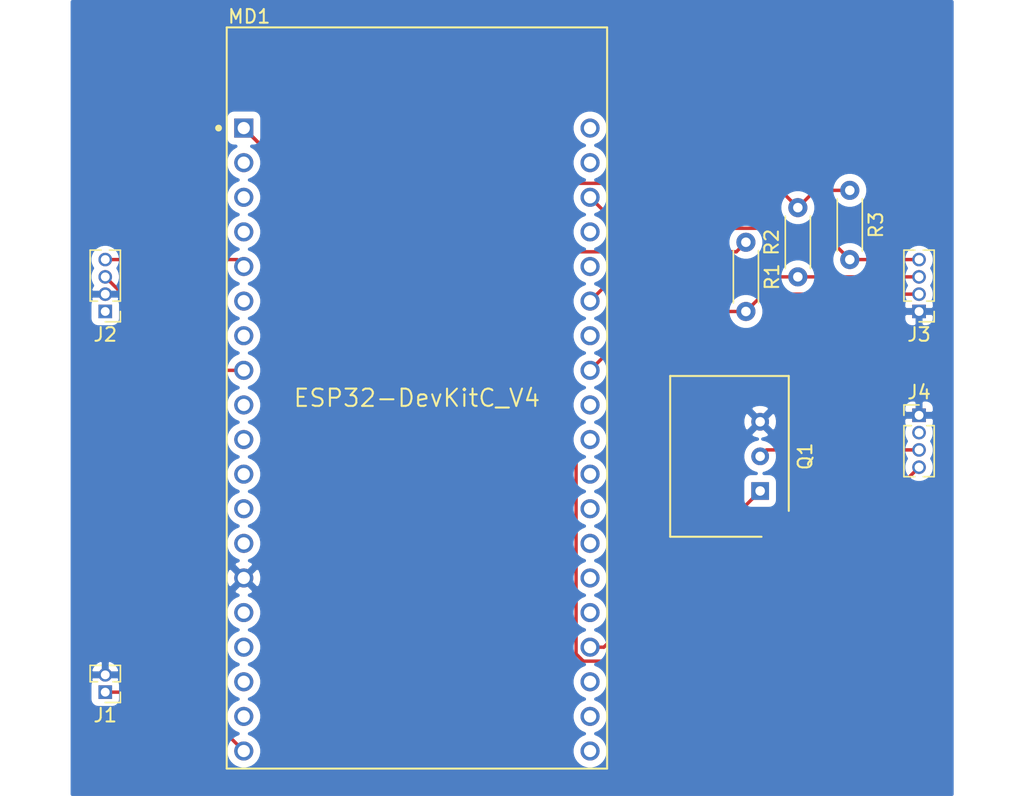
<source format=kicad_pcb>
(kicad_pcb (version 20171130) (host pcbnew 5.1.7-a382d34a8~87~ubuntu20.04.1)

  (general
    (thickness 1.6)
    (drawings 0)
    (tracks 34)
    (zones 0)
    (modules 9)
    (nets 40)
  )

  (page A4)
  (layers
    (0 F.Cu signal)
    (31 B.Cu signal)
    (32 B.Adhes user)
    (33 F.Adhes user)
    (34 B.Paste user)
    (35 F.Paste user)
    (36 B.SilkS user)
    (37 F.SilkS user)
    (38 B.Mask user)
    (39 F.Mask user)
    (40 Dwgs.User user)
    (41 Cmts.User user)
    (42 Eco1.User user)
    (43 Eco2.User user)
    (44 Edge.Cuts user)
    (45 Margin user)
    (46 B.CrtYd user)
    (47 F.CrtYd user)
    (48 B.Fab user)
    (49 F.Fab user)
  )

  (setup
    (last_trace_width 0.25)
    (trace_clearance 0.2)
    (zone_clearance 0.508)
    (zone_45_only no)
    (trace_min 0.2)
    (via_size 0.8)
    (via_drill 0.4)
    (via_min_size 0.4)
    (via_min_drill 0.3)
    (uvia_size 0.3)
    (uvia_drill 0.1)
    (uvias_allowed no)
    (uvia_min_size 0.2)
    (uvia_min_drill 0.1)
    (edge_width 0.05)
    (segment_width 0.2)
    (pcb_text_width 0.3)
    (pcb_text_size 1.5 1.5)
    (mod_edge_width 0.12)
    (mod_text_size 1 1)
    (mod_text_width 0.15)
    (pad_size 1.524 1.524)
    (pad_drill 0.762)
    (pad_to_mask_clearance 0)
    (aux_axis_origin 0 0)
    (visible_elements FFFFFF7F)
    (pcbplotparams
      (layerselection 0x010fc_ffffffff)
      (usegerberextensions false)
      (usegerberattributes true)
      (usegerberadvancedattributes true)
      (creategerberjobfile true)
      (excludeedgelayer true)
      (linewidth 0.100000)
      (plotframeref false)
      (viasonmask false)
      (mode 1)
      (useauxorigin false)
      (hpglpennumber 1)
      (hpglpenspeed 20)
      (hpglpendiameter 15.000000)
      (psnegative false)
      (psa4output false)
      (plotreference true)
      (plotvalue true)
      (plotinvisibletext false)
      (padsonsilk false)
      (subtractmaskfromsilk false)
      (outputformat 1)
      (mirror false)
      (drillshape 1)
      (scaleselection 1)
      (outputdirectory ""))
  )

  (net 0 "")
  (net 1 +1V5)
  (net 2 GND)
  (net 3 "Net-(J2-Pad3)")
  (net 4 "Net-(J2-Pad4)")
  (net 5 "Net-(J3-Pad4)")
  (net 6 "Net-(J3-Pad3)")
  (net 7 "Net-(J3-Pad2)")
  (net 8 3.3V)
  (net 9 "Net-(MD1-Pad2)")
  (net 10 "Net-(MD1-Pad3)")
  (net 11 "Net-(MD1-Pad4)")
  (net 12 "Net-(MD1-Pad6)")
  (net 13 "Net-(MD1-Pad7)")
  (net 14 "Net-(MD1-Pad9)")
  (net 15 "Net-(MD1-Pad10)")
  (net 16 "Net-(MD1-Pad11)")
  (net 17 "Net-(MD1-Pad12)")
  (net 18 "Net-(MD1-Pad13)")
  (net 19 "Net-(MD1-Pad15)")
  (net 20 "Net-(MD1-Pad16)")
  (net 21 "Net-(MD1-Pad17)")
  (net 22 "Net-(MD1-Pad18)")
  (net 23 "Net-(MD1-Pad20)")
  (net 24 "Net-(MD1-Pad21)")
  (net 25 "Net-(MD1-Pad22)")
  (net 26 "Net-(MD1-Pad23)")
  (net 27 "Net-(MD1-Pad24)")
  (net 28 "Net-(MD1-Pad25)")
  (net 29 "Net-(MD1-Pad26)")
  (net 30 "Net-(MD1-Pad27)")
  (net 31 "Net-(MD1-Pad28)")
  (net 32 "Net-(MD1-Pad29)")
  (net 33 "Net-(MD1-Pad30)")
  (net 34 "Net-(MD1-Pad32)")
  (net 35 "Net-(MD1-Pad34)")
  (net 36 "Net-(MD1-Pad35)")
  (net 37 "Net-(MD1-Pad37)")
  (net 38 "Net-(MD1-Pad38)")
  (net 39 "Net-(J4-Pad3)")

  (net_class Default "This is the default net class."
    (clearance 0.2)
    (trace_width 0.25)
    (via_dia 0.8)
    (via_drill 0.4)
    (uvia_dia 0.3)
    (uvia_drill 0.1)
    (add_net +1V5)
    (add_net 3.3V)
    (add_net GND)
    (add_net "Net-(J2-Pad3)")
    (add_net "Net-(J2-Pad4)")
    (add_net "Net-(J3-Pad2)")
    (add_net "Net-(J3-Pad3)")
    (add_net "Net-(J3-Pad4)")
    (add_net "Net-(J4-Pad3)")
    (add_net "Net-(MD1-Pad10)")
    (add_net "Net-(MD1-Pad11)")
    (add_net "Net-(MD1-Pad12)")
    (add_net "Net-(MD1-Pad13)")
    (add_net "Net-(MD1-Pad15)")
    (add_net "Net-(MD1-Pad16)")
    (add_net "Net-(MD1-Pad17)")
    (add_net "Net-(MD1-Pad18)")
    (add_net "Net-(MD1-Pad2)")
    (add_net "Net-(MD1-Pad20)")
    (add_net "Net-(MD1-Pad21)")
    (add_net "Net-(MD1-Pad22)")
    (add_net "Net-(MD1-Pad23)")
    (add_net "Net-(MD1-Pad24)")
    (add_net "Net-(MD1-Pad25)")
    (add_net "Net-(MD1-Pad26)")
    (add_net "Net-(MD1-Pad27)")
    (add_net "Net-(MD1-Pad28)")
    (add_net "Net-(MD1-Pad29)")
    (add_net "Net-(MD1-Pad3)")
    (add_net "Net-(MD1-Pad30)")
    (add_net "Net-(MD1-Pad32)")
    (add_net "Net-(MD1-Pad34)")
    (add_net "Net-(MD1-Pad35)")
    (add_net "Net-(MD1-Pad37)")
    (add_net "Net-(MD1-Pad38)")
    (add_net "Net-(MD1-Pad4)")
    (add_net "Net-(MD1-Pad6)")
    (add_net "Net-(MD1-Pad7)")
    (add_net "Net-(MD1-Pad9)")
  )

  (module Connector_PinHeader_1.27mm:PinHeader_1x02_P1.27mm_Vertical (layer F.Cu) (tedit 59FED6E3) (tstamp 5F7B0886)
    (at 189.23 96.52 180)
    (descr "Through hole straight pin header, 1x02, 1.27mm pitch, single row")
    (tags "Through hole pin header THT 1x02 1.27mm single row")
    (path /5F7B283D)
    (fp_text reference J1 (at 0 -1.695) (layer F.SilkS)
      (effects (font (size 1 1) (thickness 0.15)))
    )
    (fp_text value Conn_01x02_Female (at 0 2.965) (layer F.Fab)
      (effects (font (size 1 1) (thickness 0.15)))
    )
    (fp_line (start -0.525 -0.635) (end 1.05 -0.635) (layer F.Fab) (width 0.1))
    (fp_line (start 1.05 -0.635) (end 1.05 1.905) (layer F.Fab) (width 0.1))
    (fp_line (start 1.05 1.905) (end -1.05 1.905) (layer F.Fab) (width 0.1))
    (fp_line (start -1.05 1.905) (end -1.05 -0.11) (layer F.Fab) (width 0.1))
    (fp_line (start -1.05 -0.11) (end -0.525 -0.635) (layer F.Fab) (width 0.1))
    (fp_line (start -1.11 1.965) (end -0.30753 1.965) (layer F.SilkS) (width 0.12))
    (fp_line (start 0.30753 1.965) (end 1.11 1.965) (layer F.SilkS) (width 0.12))
    (fp_line (start -1.11 0.76) (end -1.11 1.965) (layer F.SilkS) (width 0.12))
    (fp_line (start 1.11 0.76) (end 1.11 1.965) (layer F.SilkS) (width 0.12))
    (fp_line (start -1.11 0.76) (end -0.563471 0.76) (layer F.SilkS) (width 0.12))
    (fp_line (start 0.563471 0.76) (end 1.11 0.76) (layer F.SilkS) (width 0.12))
    (fp_line (start -1.11 0) (end -1.11 -0.76) (layer F.SilkS) (width 0.12))
    (fp_line (start -1.11 -0.76) (end 0 -0.76) (layer F.SilkS) (width 0.12))
    (fp_line (start -1.55 -1.15) (end -1.55 2.45) (layer F.CrtYd) (width 0.05))
    (fp_line (start -1.55 2.45) (end 1.55 2.45) (layer F.CrtYd) (width 0.05))
    (fp_line (start 1.55 2.45) (end 1.55 -1.15) (layer F.CrtYd) (width 0.05))
    (fp_line (start 1.55 -1.15) (end -1.55 -1.15) (layer F.CrtYd) (width 0.05))
    (fp_text user %R (at 0 0.635 90) (layer F.Fab)
      (effects (font (size 1 1) (thickness 0.15)))
    )
    (pad 1 thru_hole rect (at 0 0 180) (size 1 1) (drill 0.65) (layers *.Cu *.Mask)
      (net 1 +1V5))
    (pad 2 thru_hole oval (at 0 1.27 180) (size 1 1) (drill 0.65) (layers *.Cu *.Mask)
      (net 2 GND))
    (model ${KISYS3DMOD}/Connector_PinHeader_1.27mm.3dshapes/PinHeader_1x02_P1.27mm_Vertical.wrl
      (at (xyz 0 0 0))
      (scale (xyz 1 1 1))
      (rotate (xyz 0 0 0))
    )
  )

  (module Connector_PinHeader_1.27mm:PinHeader_1x04_P1.27mm_Vertical (layer F.Cu) (tedit 59FED6E3) (tstamp 5F7B03EE)
    (at 189.23 68.58 180)
    (descr "Through hole straight pin header, 1x04, 1.27mm pitch, single row")
    (tags "Through hole pin header THT 1x04 1.27mm single row")
    (path /5F7B0A60)
    (fp_text reference J2 (at 0 -1.695) (layer F.SilkS)
      (effects (font (size 1 1) (thickness 0.15)))
    )
    (fp_text value Conn_01x04_Female (at 0 5.505) (layer F.Fab)
      (effects (font (size 1 1) (thickness 0.15)))
    )
    (fp_line (start -0.525 -0.635) (end 1.05 -0.635) (layer F.Fab) (width 0.1))
    (fp_line (start 1.05 -0.635) (end 1.05 4.445) (layer F.Fab) (width 0.1))
    (fp_line (start 1.05 4.445) (end -1.05 4.445) (layer F.Fab) (width 0.1))
    (fp_line (start -1.05 4.445) (end -1.05 -0.11) (layer F.Fab) (width 0.1))
    (fp_line (start -1.05 -0.11) (end -0.525 -0.635) (layer F.Fab) (width 0.1))
    (fp_line (start -1.11 4.505) (end -0.30753 4.505) (layer F.SilkS) (width 0.12))
    (fp_line (start 0.30753 4.505) (end 1.11 4.505) (layer F.SilkS) (width 0.12))
    (fp_line (start -1.11 0.76) (end -1.11 4.505) (layer F.SilkS) (width 0.12))
    (fp_line (start 1.11 0.76) (end 1.11 4.505) (layer F.SilkS) (width 0.12))
    (fp_line (start -1.11 0.76) (end -0.563471 0.76) (layer F.SilkS) (width 0.12))
    (fp_line (start 0.563471 0.76) (end 1.11 0.76) (layer F.SilkS) (width 0.12))
    (fp_line (start -1.11 0) (end -1.11 -0.76) (layer F.SilkS) (width 0.12))
    (fp_line (start -1.11 -0.76) (end 0 -0.76) (layer F.SilkS) (width 0.12))
    (fp_line (start -1.55 -1.15) (end -1.55 4.95) (layer F.CrtYd) (width 0.05))
    (fp_line (start -1.55 4.95) (end 1.55 4.95) (layer F.CrtYd) (width 0.05))
    (fp_line (start 1.55 4.95) (end 1.55 -1.15) (layer F.CrtYd) (width 0.05))
    (fp_line (start 1.55 -1.15) (end -1.55 -1.15) (layer F.CrtYd) (width 0.05))
    (fp_text user %R (at 0 1.905 90) (layer F.Fab)
      (effects (font (size 1 1) (thickness 0.15)))
    )
    (pad 1 thru_hole rect (at 0 0 180) (size 1 1) (drill 0.65) (layers *.Cu *.Mask)
      (net 1 +1V5))
    (pad 2 thru_hole oval (at 0 1.27 180) (size 1 1) (drill 0.65) (layers *.Cu *.Mask)
      (net 2 GND))
    (pad 3 thru_hole oval (at 0 2.54 180) (size 1 1) (drill 0.65) (layers *.Cu *.Mask)
      (net 3 "Net-(J2-Pad3)"))
    (pad 4 thru_hole oval (at 0 3.81 180) (size 1 1) (drill 0.65) (layers *.Cu *.Mask)
      (net 4 "Net-(J2-Pad4)"))
    (model ${KISYS3DMOD}/Connector_PinHeader_1.27mm.3dshapes/PinHeader_1x04_P1.27mm_Vertical.wrl
      (at (xyz 0 0 0))
      (scale (xyz 1 1 1))
      (rotate (xyz 0 0 0))
    )
  )

  (module Connector_PinHeader_1.27mm:PinHeader_1x04_P1.27mm_Vertical (layer F.Cu) (tedit 59FED6E3) (tstamp 5F7B0408)
    (at 248.92 68.58 180)
    (descr "Through hole straight pin header, 1x04, 1.27mm pitch, single row")
    (tags "Through hole pin header THT 1x04 1.27mm single row")
    (path /5F7B7383)
    (fp_text reference J3 (at 0 -1.695) (layer F.SilkS)
      (effects (font (size 1 1) (thickness 0.15)))
    )
    (fp_text value Conn_01x04_Female (at 0 5.505) (layer F.Fab)
      (effects (font (size 1 1) (thickness 0.15)))
    )
    (fp_line (start 1.55 -1.15) (end -1.55 -1.15) (layer F.CrtYd) (width 0.05))
    (fp_line (start 1.55 4.95) (end 1.55 -1.15) (layer F.CrtYd) (width 0.05))
    (fp_line (start -1.55 4.95) (end 1.55 4.95) (layer F.CrtYd) (width 0.05))
    (fp_line (start -1.55 -1.15) (end -1.55 4.95) (layer F.CrtYd) (width 0.05))
    (fp_line (start -1.11 -0.76) (end 0 -0.76) (layer F.SilkS) (width 0.12))
    (fp_line (start -1.11 0) (end -1.11 -0.76) (layer F.SilkS) (width 0.12))
    (fp_line (start 0.563471 0.76) (end 1.11 0.76) (layer F.SilkS) (width 0.12))
    (fp_line (start -1.11 0.76) (end -0.563471 0.76) (layer F.SilkS) (width 0.12))
    (fp_line (start 1.11 0.76) (end 1.11 4.505) (layer F.SilkS) (width 0.12))
    (fp_line (start -1.11 0.76) (end -1.11 4.505) (layer F.SilkS) (width 0.12))
    (fp_line (start 0.30753 4.505) (end 1.11 4.505) (layer F.SilkS) (width 0.12))
    (fp_line (start -1.11 4.505) (end -0.30753 4.505) (layer F.SilkS) (width 0.12))
    (fp_line (start -1.05 -0.11) (end -0.525 -0.635) (layer F.Fab) (width 0.1))
    (fp_line (start -1.05 4.445) (end -1.05 -0.11) (layer F.Fab) (width 0.1))
    (fp_line (start 1.05 4.445) (end -1.05 4.445) (layer F.Fab) (width 0.1))
    (fp_line (start 1.05 -0.635) (end 1.05 4.445) (layer F.Fab) (width 0.1))
    (fp_line (start -0.525 -0.635) (end 1.05 -0.635) (layer F.Fab) (width 0.1))
    (fp_text user %R (at 0 1.905 90) (layer F.Fab)
      (effects (font (size 1 1) (thickness 0.15)))
    )
    (pad 4 thru_hole oval (at 0 3.81 180) (size 1 1) (drill 0.65) (layers *.Cu *.Mask)
      (net 5 "Net-(J3-Pad4)"))
    (pad 3 thru_hole oval (at 0 2.54 180) (size 1 1) (drill 0.65) (layers *.Cu *.Mask)
      (net 6 "Net-(J3-Pad3)"))
    (pad 2 thru_hole oval (at 0 1.27 180) (size 1 1) (drill 0.65) (layers *.Cu *.Mask)
      (net 7 "Net-(J3-Pad2)"))
    (pad 1 thru_hole rect (at 0 0 180) (size 1 1) (drill 0.65) (layers *.Cu *.Mask)
      (net 2 GND))
    (model ${KISYS3DMOD}/Connector_PinHeader_1.27mm.3dshapes/PinHeader_1x04_P1.27mm_Vertical.wrl
      (at (xyz 0 0 0))
      (scale (xyz 1 1 1))
      (rotate (xyz 0 0 0))
    )
  )

  (module "ESP32 DevKit:Espressif-ESP32-DevKitC_V4-0-0-MFG" (layer F.Cu) (tedit 5EF003D3) (tstamp 5F7B0440)
    (at 212.09 74.93)
    (path /5F7A53BE)
    (fp_text reference MD1 (at -13.95 -28) (layer F.SilkS)
      (effects (font (size 1 1) (thickness 0.15)) (justify left))
    )
    (fp_text value ESP32-DevKitC_V4 (at 0 0) (layer F.SilkS)
      (effects (font (size 1.27 1.27) (thickness 0.15)))
    )
    (fp_line (start -13.95 27.2) (end -13.95 -27.2) (layer F.Fab) (width 0.15))
    (fp_line (start -13.95 -27.2) (end 13.95 -27.2) (layer F.Fab) (width 0.15))
    (fp_line (start 13.95 -27.2) (end 13.95 27.2) (layer F.Fab) (width 0.15))
    (fp_line (start 13.95 27.2) (end -13.95 27.2) (layer F.Fab) (width 0.15))
    (fp_line (start 13.975 -27.225) (end 13.975 -27.225) (layer F.CrtYd) (width 0.15))
    (fp_line (start 13.975 -27.225) (end -13.975 -27.225) (layer F.CrtYd) (width 0.15))
    (fp_line (start -13.975 -27.225) (end -13.975 27.225) (layer F.CrtYd) (width 0.15))
    (fp_line (start -13.975 27.225) (end 13.975 27.225) (layer F.CrtYd) (width 0.15))
    (fp_line (start 13.975 27.225) (end 13.975 -27.225) (layer F.CrtYd) (width 0.15))
    (fp_line (start -13.95 -27.2) (end 13.95 -27.2) (layer F.SilkS) (width 0.15))
    (fp_line (start 13.95 27.2) (end 13.95 -27.2) (layer F.SilkS) (width 0.15))
    (fp_line (start -13.95 27.2) (end 13.95 27.2) (layer F.SilkS) (width 0.15))
    (fp_line (start -13.95 27.2) (end -13.95 -27.2) (layer F.SilkS) (width 0.15))
    (fp_circle (center -14.55 -19.81) (end -14.425 -19.81) (layer F.SilkS) (width 0.25))
    (pad 1 thru_hole rect (at -12.7 -19.81) (size 1.4 1.4) (drill 0.9) (layers *.Cu)
      (net 8 3.3V))
    (pad 2 thru_hole circle (at -12.7 -17.27) (size 1.4 1.4) (drill 0.9) (layers *.Cu)
      (net 9 "Net-(MD1-Pad2)"))
    (pad 3 thru_hole circle (at -12.7 -14.73) (size 1.4 1.4) (drill 0.9) (layers *.Cu)
      (net 10 "Net-(MD1-Pad3)"))
    (pad 4 thru_hole circle (at -12.7 -12.19) (size 1.4 1.4) (drill 0.9) (layers *.Cu)
      (net 11 "Net-(MD1-Pad4)"))
    (pad 5 thru_hole circle (at -12.7 -9.65) (size 1.4 1.4) (drill 0.9) (layers *.Cu)
      (net 4 "Net-(J2-Pad4)"))
    (pad 6 thru_hole circle (at -12.7 -7.11) (size 1.4 1.4) (drill 0.9) (layers *.Cu)
      (net 12 "Net-(MD1-Pad6)"))
    (pad 7 thru_hole circle (at -12.7 -4.57) (size 1.4 1.4) (drill 0.9) (layers *.Cu)
      (net 13 "Net-(MD1-Pad7)"))
    (pad 8 thru_hole circle (at -12.7 -2.03) (size 1.4 1.4) (drill 0.9) (layers *.Cu)
      (net 3 "Net-(J2-Pad3)"))
    (pad 9 thru_hole circle (at -12.7 0.51) (size 1.4 1.4) (drill 0.9) (layers *.Cu)
      (net 14 "Net-(MD1-Pad9)"))
    (pad 10 thru_hole circle (at -12.7 3.05) (size 1.4 1.4) (drill 0.9) (layers *.Cu)
      (net 15 "Net-(MD1-Pad10)"))
    (pad 11 thru_hole circle (at -12.7 5.59) (size 1.4 1.4) (drill 0.9) (layers *.Cu)
      (net 16 "Net-(MD1-Pad11)"))
    (pad 12 thru_hole circle (at -12.7 8.13) (size 1.4 1.4) (drill 0.9) (layers *.Cu)
      (net 17 "Net-(MD1-Pad12)"))
    (pad 13 thru_hole circle (at -12.7 10.67) (size 1.4 1.4) (drill 0.9) (layers *.Cu)
      (net 18 "Net-(MD1-Pad13)"))
    (pad 14 thru_hole circle (at -12.7 13.21) (size 1.4 1.4) (drill 0.9) (layers *.Cu)
      (net 2 GND))
    (pad 15 thru_hole circle (at -12.7 15.75) (size 1.4 1.4) (drill 0.9) (layers *.Cu)
      (net 19 "Net-(MD1-Pad15)"))
    (pad 16 thru_hole circle (at -12.7 18.29) (size 1.4 1.4) (drill 0.9) (layers *.Cu)
      (net 20 "Net-(MD1-Pad16)"))
    (pad 17 thru_hole circle (at -12.7 20.83) (size 1.4 1.4) (drill 0.9) (layers *.Cu)
      (net 21 "Net-(MD1-Pad17)"))
    (pad 18 thru_hole circle (at -12.7 23.37) (size 1.4 1.4) (drill 0.9) (layers *.Cu)
      (net 22 "Net-(MD1-Pad18)"))
    (pad 19 thru_hole circle (at -12.7 25.91) (size 1.4 1.4) (drill 0.9) (layers *.Cu)
      (net 1 +1V5))
    (pad 20 thru_hole circle (at 12.7 25.91) (size 1.4 1.4) (drill 0.9) (layers *.Cu)
      (net 23 "Net-(MD1-Pad20)"))
    (pad 21 thru_hole circle (at 12.7 23.37) (size 1.4 1.4) (drill 0.9) (layers *.Cu)
      (net 24 "Net-(MD1-Pad21)"))
    (pad 22 thru_hole circle (at 12.7 20.83) (size 1.4 1.4) (drill 0.9) (layers *.Cu)
      (net 25 "Net-(MD1-Pad22)"))
    (pad 23 thru_hole circle (at 12.7 18.29) (size 1.4 1.4) (drill 0.9) (layers *.Cu)
      (net 26 "Net-(MD1-Pad23)"))
    (pad 24 thru_hole circle (at 12.7 15.75) (size 1.4 1.4) (drill 0.9) (layers *.Cu)
      (net 27 "Net-(MD1-Pad24)"))
    (pad 25 thru_hole circle (at 12.7 13.21) (size 1.4 1.4) (drill 0.9) (layers *.Cu)
      (net 28 "Net-(MD1-Pad25)"))
    (pad 26 thru_hole circle (at 12.7 10.67) (size 1.4 1.4) (drill 0.9) (layers *.Cu)
      (net 29 "Net-(MD1-Pad26)"))
    (pad 27 thru_hole circle (at 12.7 8.13) (size 1.4 1.4) (drill 0.9) (layers *.Cu)
      (net 30 "Net-(MD1-Pad27)"))
    (pad 28 thru_hole circle (at 12.7 5.59) (size 1.4 1.4) (drill 0.9) (layers *.Cu)
      (net 31 "Net-(MD1-Pad28)"))
    (pad 29 thru_hole circle (at 12.7 3.05) (size 1.4 1.4) (drill 0.9) (layers *.Cu)
      (net 32 "Net-(MD1-Pad29)"))
    (pad 30 thru_hole circle (at 12.7 0.51) (size 1.4 1.4) (drill 0.9) (layers *.Cu)
      (net 33 "Net-(MD1-Pad30)"))
    (pad 31 thru_hole circle (at 12.7 -2.03) (size 1.4 1.4) (drill 0.9) (layers *.Cu)
      (net 7 "Net-(J3-Pad2)"))
    (pad 32 thru_hole circle (at 12.7 -4.57) (size 1.4 1.4) (drill 0.9) (layers *.Cu)
      (net 34 "Net-(MD1-Pad32)"))
    (pad 33 thru_hole circle (at 12.7 -7.11) (size 1.4 1.4) (drill 0.9) (layers *.Cu)
      (net 6 "Net-(J3-Pad3)"))
    (pad 34 thru_hole circle (at 12.7 -9.65) (size 1.4 1.4) (drill 0.9) (layers *.Cu)
      (net 35 "Net-(MD1-Pad34)"))
    (pad 35 thru_hole circle (at 12.7 -12.19) (size 1.4 1.4) (drill 0.9) (layers *.Cu)
      (net 36 "Net-(MD1-Pad35)"))
    (pad 36 thru_hole circle (at 12.7 -14.73) (size 1.4 1.4) (drill 0.9) (layers *.Cu)
      (net 5 "Net-(J3-Pad4)"))
    (pad 37 thru_hole circle (at 12.7 -17.27) (size 1.4 1.4) (drill 0.9) (layers *.Cu)
      (net 37 "Net-(MD1-Pad37)"))
    (pad 38 thru_hole circle (at 12.7 -19.81) (size 1.4 1.4) (drill 0.9) (layers *.Cu)
      (net 38 "Net-(MD1-Pad38)"))
    (model eec.models/Espressif_-_ESP32-DevKitC_V4.step
      (offset (xyz 0 77.46999883651733 87.37602408774376))
      (scale (xyz 1 1 1))
      (rotate (xyz -90 0 0))
    )
  )

  (module Resistor_THT:R_Axial_DIN0204_L3.6mm_D1.6mm_P5.08mm_Horizontal (layer F.Cu) (tedit 5AE5139B) (tstamp 5F7B09C8)
    (at 236.22 63.5 270)
    (descr "Resistor, Axial_DIN0204 series, Axial, Horizontal, pin pitch=5.08mm, 0.167W, length*diameter=3.6*1.6mm^2, http://cdn-reichelt.de/documents/datenblatt/B400/1_4W%23YAG.pdf")
    (tags "Resistor Axial_DIN0204 series Axial Horizontal pin pitch 5.08mm 0.167W length 3.6mm diameter 1.6mm")
    (path /5F7C0148)
    (fp_text reference R1 (at 2.54 -1.92 90) (layer F.SilkS)
      (effects (font (size 1 1) (thickness 0.15)))
    )
    (fp_text value 10k (at 2.54 1.92 90) (layer F.Fab)
      (effects (font (size 1 1) (thickness 0.15)))
    )
    (fp_line (start 0.74 -0.8) (end 0.74 0.8) (layer F.Fab) (width 0.1))
    (fp_line (start 0.74 0.8) (end 4.34 0.8) (layer F.Fab) (width 0.1))
    (fp_line (start 4.34 0.8) (end 4.34 -0.8) (layer F.Fab) (width 0.1))
    (fp_line (start 4.34 -0.8) (end 0.74 -0.8) (layer F.Fab) (width 0.1))
    (fp_line (start 0 0) (end 0.74 0) (layer F.Fab) (width 0.1))
    (fp_line (start 5.08 0) (end 4.34 0) (layer F.Fab) (width 0.1))
    (fp_line (start 0.62 -0.92) (end 4.46 -0.92) (layer F.SilkS) (width 0.12))
    (fp_line (start 0.62 0.92) (end 4.46 0.92) (layer F.SilkS) (width 0.12))
    (fp_line (start -0.95 -1.05) (end -0.95 1.05) (layer F.CrtYd) (width 0.05))
    (fp_line (start -0.95 1.05) (end 6.03 1.05) (layer F.CrtYd) (width 0.05))
    (fp_line (start 6.03 1.05) (end 6.03 -1.05) (layer F.CrtYd) (width 0.05))
    (fp_line (start 6.03 -1.05) (end -0.95 -1.05) (layer F.CrtYd) (width 0.05))
    (fp_text user %R (at 2.54 0 90) (layer F.Fab)
      (effects (font (size 0.72 0.72) (thickness 0.108)))
    )
    (pad 1 thru_hole circle (at 0 0 270) (size 1.4 1.4) (drill 0.7) (layers *.Cu *.Mask)
      (net 8 3.3V))
    (pad 2 thru_hole oval (at 5.08 0 270) (size 1.4 1.4) (drill 0.7) (layers *.Cu *.Mask)
      (net 7 "Net-(J3-Pad2)"))
    (model ${KISYS3DMOD}/Resistor_THT.3dshapes/R_Axial_DIN0204_L3.6mm_D1.6mm_P5.08mm_Horizontal.wrl
      (at (xyz 0 0 0))
      (scale (xyz 1 1 1))
      (rotate (xyz 0 0 0))
    )
  )

  (module Resistor_THT:R_Axial_DIN0204_L3.6mm_D1.6mm_P5.08mm_Horizontal (layer F.Cu) (tedit 5AE5139B) (tstamp 5F7B0992)
    (at 240.03 66.04 90)
    (descr "Resistor, Axial_DIN0204 series, Axial, Horizontal, pin pitch=5.08mm, 0.167W, length*diameter=3.6*1.6mm^2, http://cdn-reichelt.de/documents/datenblatt/B400/1_4W%23YAG.pdf")
    (tags "Resistor Axial_DIN0204 series Axial Horizontal pin pitch 5.08mm 0.167W length 3.6mm diameter 1.6mm")
    (path /5F7BF1BF)
    (fp_text reference R2 (at 2.54 -1.92 90) (layer F.SilkS)
      (effects (font (size 1 1) (thickness 0.15)))
    )
    (fp_text value 10k (at 2.54 1.92 90) (layer F.Fab)
      (effects (font (size 1 1) (thickness 0.15)))
    )
    (fp_line (start 6.03 -1.05) (end -0.95 -1.05) (layer F.CrtYd) (width 0.05))
    (fp_line (start 6.03 1.05) (end 6.03 -1.05) (layer F.CrtYd) (width 0.05))
    (fp_line (start -0.95 1.05) (end 6.03 1.05) (layer F.CrtYd) (width 0.05))
    (fp_line (start -0.95 -1.05) (end -0.95 1.05) (layer F.CrtYd) (width 0.05))
    (fp_line (start 0.62 0.92) (end 4.46 0.92) (layer F.SilkS) (width 0.12))
    (fp_line (start 0.62 -0.92) (end 4.46 -0.92) (layer F.SilkS) (width 0.12))
    (fp_line (start 5.08 0) (end 4.34 0) (layer F.Fab) (width 0.1))
    (fp_line (start 0 0) (end 0.74 0) (layer F.Fab) (width 0.1))
    (fp_line (start 4.34 -0.8) (end 0.74 -0.8) (layer F.Fab) (width 0.1))
    (fp_line (start 4.34 0.8) (end 4.34 -0.8) (layer F.Fab) (width 0.1))
    (fp_line (start 0.74 0.8) (end 4.34 0.8) (layer F.Fab) (width 0.1))
    (fp_line (start 0.74 -0.8) (end 0.74 0.8) (layer F.Fab) (width 0.1))
    (fp_text user %R (at 2.54 0 90) (layer F.Fab)
      (effects (font (size 0.72 0.72) (thickness 0.108)))
    )
    (pad 2 thru_hole oval (at 5.08 0 90) (size 1.4 1.4) (drill 0.7) (layers *.Cu *.Mask)
      (net 6 "Net-(J3-Pad3)"))
    (pad 1 thru_hole circle (at 0 0 90) (size 1.4 1.4) (drill 0.7) (layers *.Cu *.Mask)
      (net 8 3.3V))
    (model ${KISYS3DMOD}/Resistor_THT.3dshapes/R_Axial_DIN0204_L3.6mm_D1.6mm_P5.08mm_Horizontal.wrl
      (at (xyz 0 0 0))
      (scale (xyz 1 1 1))
      (rotate (xyz 0 0 0))
    )
  )

  (module Resistor_THT:R_Axial_DIN0204_L3.6mm_D1.6mm_P5.08mm_Horizontal (layer F.Cu) (tedit 5AE5139B) (tstamp 5F7B09FE)
    (at 243.84 59.69 270)
    (descr "Resistor, Axial_DIN0204 series, Axial, Horizontal, pin pitch=5.08mm, 0.167W, length*diameter=3.6*1.6mm^2, http://cdn-reichelt.de/documents/datenblatt/B400/1_4W%23YAG.pdf")
    (tags "Resistor Axial_DIN0204 series Axial Horizontal pin pitch 5.08mm 0.167W length 3.6mm diameter 1.6mm")
    (path /5F7B8980)
    (fp_text reference R3 (at 2.54 -1.92 90) (layer F.SilkS)
      (effects (font (size 1 1) (thickness 0.15)))
    )
    (fp_text value 10k (at 2.54 1.92 90) (layer F.Fab)
      (effects (font (size 1 1) (thickness 0.15)))
    )
    (fp_line (start 0.74 -0.8) (end 0.74 0.8) (layer F.Fab) (width 0.1))
    (fp_line (start 0.74 0.8) (end 4.34 0.8) (layer F.Fab) (width 0.1))
    (fp_line (start 4.34 0.8) (end 4.34 -0.8) (layer F.Fab) (width 0.1))
    (fp_line (start 4.34 -0.8) (end 0.74 -0.8) (layer F.Fab) (width 0.1))
    (fp_line (start 0 0) (end 0.74 0) (layer F.Fab) (width 0.1))
    (fp_line (start 5.08 0) (end 4.34 0) (layer F.Fab) (width 0.1))
    (fp_line (start 0.62 -0.92) (end 4.46 -0.92) (layer F.SilkS) (width 0.12))
    (fp_line (start 0.62 0.92) (end 4.46 0.92) (layer F.SilkS) (width 0.12))
    (fp_line (start -0.95 -1.05) (end -0.95 1.05) (layer F.CrtYd) (width 0.05))
    (fp_line (start -0.95 1.05) (end 6.03 1.05) (layer F.CrtYd) (width 0.05))
    (fp_line (start 6.03 1.05) (end 6.03 -1.05) (layer F.CrtYd) (width 0.05))
    (fp_line (start 6.03 -1.05) (end -0.95 -1.05) (layer F.CrtYd) (width 0.05))
    (fp_text user %R (at 2.54 0 90) (layer F.Fab)
      (effects (font (size 0.72 0.72) (thickness 0.108)))
    )
    (pad 1 thru_hole circle (at 0 0 270) (size 1.4 1.4) (drill 0.7) (layers *.Cu *.Mask)
      (net 8 3.3V))
    (pad 2 thru_hole oval (at 5.08 0 270) (size 1.4 1.4) (drill 0.7) (layers *.Cu *.Mask)
      (net 5 "Net-(J3-Pad4)"))
    (model ${KISYS3DMOD}/Resistor_THT.3dshapes/R_Axial_DIN0204_L3.6mm_D1.6mm_P5.08mm_Horizontal.wrl
      (at (xyz 0 0 0))
      (scale (xyz 1 1 1))
      (rotate (xyz 0 0 0))
    )
  )

  (module Connector_PinHeader_1.27mm:PinHeader_1x04_P1.27mm_Vertical (layer F.Cu) (tedit 59FED6E3) (tstamp 5F7B764B)
    (at 248.92 76.2)
    (descr "Through hole straight pin header, 1x04, 1.27mm pitch, single row")
    (tags "Through hole pin header THT 1x04 1.27mm single row")
    (path /5F7DA04A)
    (fp_text reference J4 (at 0 -1.695 180) (layer F.SilkS)
      (effects (font (size 1 1) (thickness 0.15)))
    )
    (fp_text value Conn_01x04_Female (at 0 5.505) (layer F.Fab)
      (effects (font (size 1 1) (thickness 0.15)))
    )
    (fp_line (start 1.55 -1.15) (end -1.55 -1.15) (layer F.CrtYd) (width 0.05))
    (fp_line (start 1.55 4.95) (end 1.55 -1.15) (layer F.CrtYd) (width 0.05))
    (fp_line (start -1.55 4.95) (end 1.55 4.95) (layer F.CrtYd) (width 0.05))
    (fp_line (start -1.55 -1.15) (end -1.55 4.95) (layer F.CrtYd) (width 0.05))
    (fp_line (start -1.11 -0.76) (end 0 -0.76) (layer F.SilkS) (width 0.12))
    (fp_line (start -1.11 0) (end -1.11 -0.76) (layer F.SilkS) (width 0.12))
    (fp_line (start 0.563471 0.76) (end 1.11 0.76) (layer F.SilkS) (width 0.12))
    (fp_line (start -1.11 0.76) (end -0.563471 0.76) (layer F.SilkS) (width 0.12))
    (fp_line (start 1.11 0.76) (end 1.11 4.505) (layer F.SilkS) (width 0.12))
    (fp_line (start -1.11 0.76) (end -1.11 4.505) (layer F.SilkS) (width 0.12))
    (fp_line (start 0.30753 4.505) (end 1.11 4.505) (layer F.SilkS) (width 0.12))
    (fp_line (start -1.11 4.505) (end -0.30753 4.505) (layer F.SilkS) (width 0.12))
    (fp_line (start -1.05 -0.11) (end -0.525 -0.635) (layer F.Fab) (width 0.1))
    (fp_line (start -1.05 4.445) (end -1.05 -0.11) (layer F.Fab) (width 0.1))
    (fp_line (start 1.05 4.445) (end -1.05 4.445) (layer F.Fab) (width 0.1))
    (fp_line (start 1.05 -0.635) (end 1.05 4.445) (layer F.Fab) (width 0.1))
    (fp_line (start -0.525 -0.635) (end 1.05 -0.635) (layer F.Fab) (width 0.1))
    (fp_text user %R (at 0 1.905 90) (layer F.Fab)
      (effects (font (size 1 1) (thickness 0.15)))
    )
    (pad 1 thru_hole rect (at 0 0) (size 1 1) (drill 0.65) (layers *.Cu *.Mask)
      (net 2 GND))
    (pad 2 thru_hole oval (at 0 1.27) (size 1 1) (drill 0.65) (layers *.Cu *.Mask)
      (net 1 +1V5))
    (pad 3 thru_hole oval (at 0 2.54) (size 1 1) (drill 0.65) (layers *.Cu *.Mask)
      (net 39 "Net-(J4-Pad3)"))
    (pad 4 thru_hole oval (at 0 3.81) (size 1 1) (drill 0.65) (layers *.Cu *.Mask)
      (net 8 3.3V))
    (model ${KISYS3DMOD}/Connector_PinHeader_1.27mm.3dshapes/PinHeader_1x04_P1.27mm_Vertical.wrl
      (at (xyz 0 0 0))
      (scale (xyz 1 1 1))
      (rotate (xyz 0 0 0))
    )
  )

  (module Package_SIP:SIP3_11.6x8.5mm (layer F.Cu) (tedit 5A02EDAF) (tstamp 5F7B7660)
    (at 237.265001 81.755001 90)
    (descr RECOM,R78EXX,https://www.recom-power.com/pdf/Innoline/R-78Exx-0.5.pdf)
    (tags "SIP3 Regulator Module")
    (path /5F7DE371)
    (fp_text reference Q1 (at 2.54 3.3 270) (layer F.SilkS)
      (effects (font (size 1 1) (thickness 0.15)))
    )
    (fp_text value Q_NPN_BCE (at 2.54 -8 270) (layer F.Fab)
      (effects (font (size 1 1) (thickness 0.15)))
    )
    (fp_line (start 8.64 2.3) (end 8.64 -6.8) (layer F.CrtYd) (width 0.05))
    (fp_line (start -3.56 2.3) (end -3.56 -6.8) (layer F.CrtYd) (width 0.05))
    (fp_line (start 8.64 -6.8) (end -3.56 -6.8) (layer F.CrtYd) (width 0.05))
    (fp_line (start 8.64 2.3) (end -3.56 2.3) (layer F.CrtYd) (width 0.05))
    (fp_line (start -3.26 0.5) (end -1.76 2) (layer F.Fab) (width 0.1))
    (fp_line (start 8.44 -6.6) (end 8.44 2.1) (layer F.SilkS) (width 0.15))
    (fp_line (start -3.36 -6.6) (end 8.44 -6.6) (layer F.SilkS) (width 0.15))
    (fp_line (start -3.36 0.1) (end -3.36 -6.6) (layer F.SilkS) (width 0.15))
    (fp_line (start -1.46 2.1) (end 8.44 2.1) (layer F.SilkS) (width 0.15))
    (fp_line (start 8.34 2) (end 8.34 -6.5) (layer F.Fab) (width 0.1))
    (fp_line (start 8.34 -6.5) (end -3.26 -6.5) (layer F.Fab) (width 0.1))
    (fp_line (start -3.26 -6.5) (end -3.26 0.5) (layer F.Fab) (width 0.1))
    (fp_line (start 8.34 2) (end -1.76 2) (layer F.Fab) (width 0.1))
    (fp_text user %R (at 2.54 -2.7 180) (layer F.Fab)
      (effects (font (size 1 1) (thickness 0.15)))
    )
    (pad 3 thru_hole circle (at 5.08 0) (size 1.3 1.3) (drill 0.7) (layers *.Cu *.Mask)
      (net 2 GND))
    (pad 1 thru_hole rect (at 0 0) (size 1.3 1.3) (drill 0.7) (layers *.Cu *.Mask)
      (net 26 "Net-(MD1-Pad23)"))
    (pad 2 thru_hole circle (at 2.54 0 270) (size 1.3 1.3) (drill 0.7) (layers *.Cu *.Mask)
      (net 39 "Net-(J4-Pad3)"))
    (model ${KISYS3DMOD}/Package_SIP.3dshapes/SIP3_11.6x8.5mm.wrl
      (at (xyz 0 0 0))
      (scale (xyz 1 1 1))
      (rotate (xyz 0 0 0))
    )
  )

  (segment (start 195.07 96.52) (end 199.39 100.84) (width 0.25) (layer F.Cu) (net 1))
  (segment (start 189.23 96.52) (end 195.07 96.52) (width 0.25) (layer F.Cu) (net 1))
  (segment (start 196.09 72.9) (end 189.23 66.04) (width 0.25) (layer F.Cu) (net 3))
  (segment (start 199.39 72.9) (end 196.09 72.9) (width 0.25) (layer F.Cu) (net 3))
  (segment (start 199.39 65.28) (end 198.88 64.77) (width 0.25) (layer F.Cu) (net 4))
  (segment (start 198.88 64.77) (end 189.23 64.77) (width 0.25) (layer F.Cu) (net 4))
  (segment (start 248.92 64.77) (end 243.84 64.77) (width 0.25) (layer F.Cu) (net 5))
  (segment (start 227.064999 62.474999) (end 224.79 60.2) (width 0.25) (layer F.Cu) (net 5))
  (segment (start 241.544999 62.474999) (end 227.064999 62.474999) (width 0.25) (layer F.Cu) (net 5))
  (segment (start 243.84 64.77) (end 241.544999 62.474999) (width 0.25) (layer F.Cu) (net 5))
  (segment (start 248.92 66.04) (end 240.03 66.04) (width 0.25) (layer F.Cu) (net 6))
  (segment (start 226.57 66.04) (end 224.79 67.82) (width 0.25) (layer F.Cu) (net 6))
  (segment (start 240.03 66.04) (end 226.57 66.04) (width 0.25) (layer F.Cu) (net 6))
  (segment (start 237.49 67.31) (end 236.22 68.58) (width 0.25) (layer F.Cu) (net 7))
  (segment (start 248.92 67.31) (end 237.49 67.31) (width 0.25) (layer F.Cu) (net 7))
  (segment (start 229.11 68.58) (end 224.79 72.9) (width 0.25) (layer F.Cu) (net 7))
  (segment (start 236.22 68.58) (end 229.11 68.58) (width 0.25) (layer F.Cu) (net 7))
  (segment (start 241.3 59.69) (end 240.03 60.96) (width 0.25) (layer F.Cu) (net 8))
  (segment (start 243.84 59.69) (end 241.3 59.69) (width 0.25) (layer F.Cu) (net 8))
  (segment (start 208.469999 64.199999) (end 199.39 55.12) (width 0.25) (layer F.Cu) (net 8))
  (segment (start 235.520001 64.199999) (end 208.469999 64.199999) (width 0.25) (layer F.Cu) (net 8))
  (segment (start 236.22 63.5) (end 235.520001 64.199999) (width 0.25) (layer F.Cu) (net 8))
  (segment (start 203.444999 59.174999) (end 199.39 55.12) (width 0.25) (layer F.Cu) (net 8))
  (segment (start 238.244999 59.174999) (end 203.444999 59.174999) (width 0.25) (layer F.Cu) (net 8))
  (segment (start 240.03 60.96) (end 238.244999 59.174999) (width 0.25) (layer F.Cu) (net 8))
  (segment (start 234.684999 94.245001) (end 248.92 80.01) (width 0.25) (layer F.Cu) (net 8))
  (segment (start 224.297999 94.245001) (end 234.684999 94.245001) (width 0.25) (layer F.Cu) (net 8))
  (segment (start 223.764999 93.712001) (end 224.297999 94.245001) (width 0.25) (layer F.Cu) (net 8))
  (segment (start 223.764999 79.494999) (end 223.764999 93.712001) (width 0.25) (layer F.Cu) (net 8))
  (segment (start 199.39 55.12) (end 223.764999 79.494999) (width 0.25) (layer F.Cu) (net 8))
  (segment (start 225.800002 93.22) (end 237.265001 81.755001) (width 0.25) (layer F.Cu) (net 26))
  (segment (start 224.79 93.22) (end 225.800002 93.22) (width 0.25) (layer F.Cu) (net 26))
  (segment (start 237.740002 78.74) (end 237.265001 79.215001) (width 0.25) (layer F.Cu) (net 39))
  (segment (start 248.92 78.74) (end 237.740002 78.74) (width 0.25) (layer F.Cu) (net 39))

  (zone (net 2) (net_name GND) (layer B.Cu) (tstamp 0) (hatch edge 0.508)
    (connect_pads (clearance 0.508))
    (min_thickness 0.254)
    (fill yes (arc_segments 32) (thermal_gap 0.508) (thermal_bridge_width 0.508))
    (polygon
      (pts
        (xy 251.46 104.14) (xy 186.69 104.14) (xy 186.69 45.72) (xy 251.46 45.72)
      )
    )
    (filled_polygon
      (pts
        (xy 251.333 104.013) (xy 186.817 104.013) (xy 186.817 96.02) (xy 188.091928 96.02) (xy 188.091928 97.02)
        (xy 188.104188 97.144482) (xy 188.140498 97.26418) (xy 188.199463 97.374494) (xy 188.278815 97.471185) (xy 188.375506 97.550537)
        (xy 188.48582 97.609502) (xy 188.605518 97.645812) (xy 188.73 97.658072) (xy 189.73 97.658072) (xy 189.854482 97.645812)
        (xy 189.97418 97.609502) (xy 190.084494 97.550537) (xy 190.181185 97.471185) (xy 190.260537 97.374494) (xy 190.319502 97.26418)
        (xy 190.355812 97.144482) (xy 190.368072 97.02) (xy 190.368072 96.02) (xy 190.355812 95.895518) (xy 190.319502 95.77582)
        (xy 190.27193 95.68682) (xy 190.307446 95.606864) (xy 190.324119 95.551874) (xy 190.197954 95.377) (xy 189.357 95.377)
        (xy 189.357 95.381928) (xy 189.103 95.381928) (xy 189.103 95.377) (xy 188.262046 95.377) (xy 188.135881 95.551874)
        (xy 188.152554 95.606864) (xy 188.18807 95.68682) (xy 188.140498 95.77582) (xy 188.104188 95.895518) (xy 188.091928 96.02)
        (xy 186.817 96.02) (xy 186.817 94.948126) (xy 188.135881 94.948126) (xy 188.262046 95.123) (xy 189.103 95.123)
        (xy 189.103 94.280871) (xy 189.357 94.280871) (xy 189.357 95.123) (xy 190.197954 95.123) (xy 190.324119 94.948126)
        (xy 190.307446 94.893136) (xy 190.217123 94.689794) (xy 190.088865 94.50798) (xy 189.927601 94.354682) (xy 189.739529 94.23579)
        (xy 189.531876 94.155874) (xy 189.357 94.280871) (xy 189.103 94.280871) (xy 188.928124 94.155874) (xy 188.720471 94.23579)
        (xy 188.532399 94.354682) (xy 188.371135 94.50798) (xy 188.242877 94.689794) (xy 188.152554 94.893136) (xy 188.135881 94.948126)
        (xy 186.817 94.948126) (xy 186.817 90.548514) (xy 198.055 90.548514) (xy 198.055 90.811486) (xy 198.106304 91.069405)
        (xy 198.206939 91.312359) (xy 198.353038 91.531013) (xy 198.538987 91.716962) (xy 198.757641 91.863061) (xy 198.96753 91.95)
        (xy 198.757641 92.036939) (xy 198.538987 92.183038) (xy 198.353038 92.368987) (xy 198.206939 92.587641) (xy 198.106304 92.830595)
        (xy 198.055 93.088514) (xy 198.055 93.351486) (xy 198.106304 93.609405) (xy 198.206939 93.852359) (xy 198.353038 94.071013)
        (xy 198.538987 94.256962) (xy 198.757641 94.403061) (xy 198.96753 94.49) (xy 198.757641 94.576939) (xy 198.538987 94.723038)
        (xy 198.353038 94.908987) (xy 198.206939 95.127641) (xy 198.106304 95.370595) (xy 198.055 95.628514) (xy 198.055 95.891486)
        (xy 198.106304 96.149405) (xy 198.206939 96.392359) (xy 198.353038 96.611013) (xy 198.538987 96.796962) (xy 198.757641 96.943061)
        (xy 198.96753 97.03) (xy 198.757641 97.116939) (xy 198.538987 97.263038) (xy 198.353038 97.448987) (xy 198.206939 97.667641)
        (xy 198.106304 97.910595) (xy 198.055 98.168514) (xy 198.055 98.431486) (xy 198.106304 98.689405) (xy 198.206939 98.932359)
        (xy 198.353038 99.151013) (xy 198.538987 99.336962) (xy 198.757641 99.483061) (xy 198.96753 99.57) (xy 198.757641 99.656939)
        (xy 198.538987 99.803038) (xy 198.353038 99.988987) (xy 198.206939 100.207641) (xy 198.106304 100.450595) (xy 198.055 100.708514)
        (xy 198.055 100.971486) (xy 198.106304 101.229405) (xy 198.206939 101.472359) (xy 198.353038 101.691013) (xy 198.538987 101.876962)
        (xy 198.757641 102.023061) (xy 199.000595 102.123696) (xy 199.258514 102.175) (xy 199.521486 102.175) (xy 199.779405 102.123696)
        (xy 200.022359 102.023061) (xy 200.241013 101.876962) (xy 200.426962 101.691013) (xy 200.573061 101.472359) (xy 200.673696 101.229405)
        (xy 200.725 100.971486) (xy 200.725 100.708514) (xy 200.673696 100.450595) (xy 200.573061 100.207641) (xy 200.426962 99.988987)
        (xy 200.241013 99.803038) (xy 200.022359 99.656939) (xy 199.81247 99.57) (xy 200.022359 99.483061) (xy 200.241013 99.336962)
        (xy 200.426962 99.151013) (xy 200.573061 98.932359) (xy 200.673696 98.689405) (xy 200.725 98.431486) (xy 200.725 98.168514)
        (xy 200.673696 97.910595) (xy 200.573061 97.667641) (xy 200.426962 97.448987) (xy 200.241013 97.263038) (xy 200.022359 97.116939)
        (xy 199.81247 97.03) (xy 200.022359 96.943061) (xy 200.241013 96.796962) (xy 200.426962 96.611013) (xy 200.573061 96.392359)
        (xy 200.673696 96.149405) (xy 200.725 95.891486) (xy 200.725 95.628514) (xy 200.673696 95.370595) (xy 200.573061 95.127641)
        (xy 200.426962 94.908987) (xy 200.241013 94.723038) (xy 200.022359 94.576939) (xy 199.81247 94.49) (xy 200.022359 94.403061)
        (xy 200.241013 94.256962) (xy 200.426962 94.071013) (xy 200.573061 93.852359) (xy 200.673696 93.609405) (xy 200.725 93.351486)
        (xy 200.725 93.088514) (xy 200.673696 92.830595) (xy 200.573061 92.587641) (xy 200.426962 92.368987) (xy 200.241013 92.183038)
        (xy 200.022359 92.036939) (xy 199.81247 91.95) (xy 200.022359 91.863061) (xy 200.241013 91.716962) (xy 200.426962 91.531013)
        (xy 200.573061 91.312359) (xy 200.673696 91.069405) (xy 200.725 90.811486) (xy 200.725 90.548514) (xy 200.673696 90.290595)
        (xy 200.573061 90.047641) (xy 200.426962 89.828987) (xy 200.241013 89.643038) (xy 200.022359 89.496939) (xy 199.808556 89.408379)
        (xy 199.971366 89.348935) (xy 200.072203 89.295037) (xy 200.131664 89.061269) (xy 199.39 88.319605) (xy 198.648336 89.061269)
        (xy 198.707797 89.295037) (xy 198.946242 89.405934) (xy 198.965827 89.410706) (xy 198.757641 89.496939) (xy 198.538987 89.643038)
        (xy 198.353038 89.828987) (xy 198.206939 90.047641) (xy 198.106304 90.290595) (xy 198.055 90.548514) (xy 186.817 90.548514)
        (xy 186.817 88.214473) (xy 198.05061 88.214473) (xy 198.090875 88.474344) (xy 198.181065 88.721366) (xy 198.234963 88.822203)
        (xy 198.468731 88.881664) (xy 199.210395 88.14) (xy 199.569605 88.14) (xy 200.311269 88.881664) (xy 200.545037 88.822203)
        (xy 200.655934 88.583758) (xy 200.718183 88.32826) (xy 200.72939 88.065527) (xy 200.689125 87.805656) (xy 200.598935 87.558634)
        (xy 200.545037 87.457797) (xy 200.311269 87.398336) (xy 199.569605 88.14) (xy 199.210395 88.14) (xy 198.468731 87.398336)
        (xy 198.234963 87.457797) (xy 198.124066 87.696242) (xy 198.061817 87.95174) (xy 198.05061 88.214473) (xy 186.817 88.214473)
        (xy 186.817 68.08) (xy 188.091928 68.08) (xy 188.091928 69.08) (xy 188.104188 69.204482) (xy 188.140498 69.32418)
        (xy 188.199463 69.434494) (xy 188.278815 69.531185) (xy 188.375506 69.610537) (xy 188.48582 69.669502) (xy 188.605518 69.705812)
        (xy 188.73 69.718072) (xy 189.73 69.718072) (xy 189.854482 69.705812) (xy 189.97418 69.669502) (xy 190.084494 69.610537)
        (xy 190.181185 69.531185) (xy 190.260537 69.434494) (xy 190.319502 69.32418) (xy 190.355812 69.204482) (xy 190.368072 69.08)
        (xy 190.368072 68.08) (xy 190.355812 67.955518) (xy 190.319502 67.83582) (xy 190.27193 67.74682) (xy 190.307446 67.666864)
        (xy 190.324119 67.611874) (xy 190.197954 67.437) (xy 189.357 67.437) (xy 189.357 67.441928) (xy 189.103 67.441928)
        (xy 189.103 67.437) (xy 188.262046 67.437) (xy 188.135881 67.611874) (xy 188.152554 67.666864) (xy 188.18807 67.74682)
        (xy 188.140498 67.83582) (xy 188.104188 67.955518) (xy 188.091928 68.08) (xy 186.817 68.08) (xy 186.817 64.658212)
        (xy 188.095 64.658212) (xy 188.095 64.881788) (xy 188.138617 65.101067) (xy 188.224176 65.307624) (xy 188.289241 65.405)
        (xy 188.224176 65.502376) (xy 188.138617 65.708933) (xy 188.095 65.928212) (xy 188.095 66.151788) (xy 188.138617 66.371067)
        (xy 188.224176 66.577624) (xy 188.292353 66.679658) (xy 188.242877 66.749794) (xy 188.152554 66.953136) (xy 188.135881 67.008126)
        (xy 188.262046 67.183) (xy 189.103 67.183) (xy 189.103 67.171974) (xy 189.118212 67.175) (xy 189.341788 67.175)
        (xy 189.357 67.171974) (xy 189.357 67.183) (xy 190.197954 67.183) (xy 190.324119 67.008126) (xy 190.307446 66.953136)
        (xy 190.217123 66.749794) (xy 190.167647 66.679658) (xy 190.235824 66.577624) (xy 190.321383 66.371067) (xy 190.365 66.151788)
        (xy 190.365 65.928212) (xy 190.321383 65.708933) (xy 190.235824 65.502376) (xy 190.170759 65.405) (xy 190.235824 65.307624)
        (xy 190.321383 65.101067) (xy 190.365 64.881788) (xy 190.365 64.658212) (xy 190.321383 64.438933) (xy 190.235824 64.232376)
        (xy 190.111612 64.04648) (xy 189.95352 63.888388) (xy 189.767624 63.764176) (xy 189.561067 63.678617) (xy 189.341788 63.635)
        (xy 189.118212 63.635) (xy 188.898933 63.678617) (xy 188.692376 63.764176) (xy 188.50648 63.888388) (xy 188.348388 64.04648)
        (xy 188.224176 64.232376) (xy 188.138617 64.438933) (xy 188.095 64.658212) (xy 186.817 64.658212) (xy 186.817 54.42)
        (xy 198.051928 54.42) (xy 198.051928 55.82) (xy 198.064188 55.944482) (xy 198.100498 56.06418) (xy 198.159463 56.174494)
        (xy 198.238815 56.271185) (xy 198.335506 56.350537) (xy 198.44582 56.409502) (xy 198.565518 56.445812) (xy 198.69 56.458072)
        (xy 198.80319 56.458072) (xy 198.757641 56.476939) (xy 198.538987 56.623038) (xy 198.353038 56.808987) (xy 198.206939 57.027641)
        (xy 198.106304 57.270595) (xy 198.055 57.528514) (xy 198.055 57.791486) (xy 198.106304 58.049405) (xy 198.206939 58.292359)
        (xy 198.353038 58.511013) (xy 198.538987 58.696962) (xy 198.757641 58.843061) (xy 198.96753 58.93) (xy 198.757641 59.016939)
        (xy 198.538987 59.163038) (xy 198.353038 59.348987) (xy 198.206939 59.567641) (xy 198.106304 59.810595) (xy 198.055 60.068514)
        (xy 198.055 60.331486) (xy 198.106304 60.589405) (xy 198.206939 60.832359) (xy 198.353038 61.051013) (xy 198.538987 61.236962)
        (xy 198.757641 61.383061) (xy 198.96753 61.47) (xy 198.757641 61.556939) (xy 198.538987 61.703038) (xy 198.353038 61.888987)
        (xy 198.206939 62.107641) (xy 198.106304 62.350595) (xy 198.055 62.608514) (xy 198.055 62.871486) (xy 198.106304 63.129405)
        (xy 198.206939 63.372359) (xy 198.353038 63.591013) (xy 198.538987 63.776962) (xy 198.757641 63.923061) (xy 198.96753 64.01)
        (xy 198.757641 64.096939) (xy 198.538987 64.243038) (xy 198.353038 64.428987) (xy 198.206939 64.647641) (xy 198.106304 64.890595)
        (xy 198.055 65.148514) (xy 198.055 65.411486) (xy 198.106304 65.669405) (xy 198.206939 65.912359) (xy 198.353038 66.131013)
        (xy 198.538987 66.316962) (xy 198.757641 66.463061) (xy 198.96753 66.55) (xy 198.757641 66.636939) (xy 198.538987 66.783038)
        (xy 198.353038 66.968987) (xy 198.206939 67.187641) (xy 198.106304 67.430595) (xy 198.055 67.688514) (xy 198.055 67.951486)
        (xy 198.106304 68.209405) (xy 198.206939 68.452359) (xy 198.353038 68.671013) (xy 198.538987 68.856962) (xy 198.757641 69.003061)
        (xy 198.96753 69.09) (xy 198.757641 69.176939) (xy 198.538987 69.323038) (xy 198.353038 69.508987) (xy 198.206939 69.727641)
        (xy 198.106304 69.970595) (xy 198.055 70.228514) (xy 198.055 70.491486) (xy 198.106304 70.749405) (xy 198.206939 70.992359)
        (xy 198.353038 71.211013) (xy 198.538987 71.396962) (xy 198.757641 71.543061) (xy 198.96753 71.63) (xy 198.757641 71.716939)
        (xy 198.538987 71.863038) (xy 198.353038 72.048987) (xy 198.206939 72.267641) (xy 198.106304 72.510595) (xy 198.055 72.768514)
        (xy 198.055 73.031486) (xy 198.106304 73.289405) (xy 198.206939 73.532359) (xy 198.353038 73.751013) (xy 198.538987 73.936962)
        (xy 198.757641 74.083061) (xy 198.96753 74.17) (xy 198.757641 74.256939) (xy 198.538987 74.403038) (xy 198.353038 74.588987)
        (xy 198.206939 74.807641) (xy 198.106304 75.050595) (xy 198.055 75.308514) (xy 198.055 75.571486) (xy 198.106304 75.829405)
        (xy 198.206939 76.072359) (xy 198.353038 76.291013) (xy 198.538987 76.476962) (xy 198.757641 76.623061) (xy 198.96753 76.71)
        (xy 198.757641 76.796939) (xy 198.538987 76.943038) (xy 198.353038 77.128987) (xy 198.206939 77.347641) (xy 198.106304 77.590595)
        (xy 198.055 77.848514) (xy 198.055 78.111486) (xy 198.106304 78.369405) (xy 198.206939 78.612359) (xy 198.353038 78.831013)
        (xy 198.538987 79.016962) (xy 198.757641 79.163061) (xy 198.96753 79.25) (xy 198.757641 79.336939) (xy 198.538987 79.483038)
        (xy 198.353038 79.668987) (xy 198.206939 79.887641) (xy 198.106304 80.130595) (xy 198.055 80.388514) (xy 198.055 80.651486)
        (xy 198.106304 80.909405) (xy 198.206939 81.152359) (xy 198.353038 81.371013) (xy 198.538987 81.556962) (xy 198.757641 81.703061)
        (xy 198.96753 81.79) (xy 198.757641 81.876939) (xy 198.538987 82.023038) (xy 198.353038 82.208987) (xy 198.206939 82.427641)
        (xy 198.106304 82.670595) (xy 198.055 82.928514) (xy 198.055 83.191486) (xy 198.106304 83.449405) (xy 198.206939 83.692359)
        (xy 198.353038 83.911013) (xy 198.538987 84.096962) (xy 198.757641 84.243061) (xy 198.96753 84.33) (xy 198.757641 84.416939)
        (xy 198.538987 84.563038) (xy 198.353038 84.748987) (xy 198.206939 84.967641) (xy 198.106304 85.210595) (xy 198.055 85.468514)
        (xy 198.055 85.731486) (xy 198.106304 85.989405) (xy 198.206939 86.232359) (xy 198.353038 86.451013) (xy 198.538987 86.636962)
        (xy 198.757641 86.783061) (xy 198.971444 86.871621) (xy 198.808634 86.931065) (xy 198.707797 86.984963) (xy 198.648336 87.218731)
        (xy 199.39 87.960395) (xy 200.131664 87.218731) (xy 200.072203 86.984963) (xy 199.833758 86.874066) (xy 199.814173 86.869294)
        (xy 200.022359 86.783061) (xy 200.241013 86.636962) (xy 200.426962 86.451013) (xy 200.573061 86.232359) (xy 200.673696 85.989405)
        (xy 200.725 85.731486) (xy 200.725 85.468514) (xy 200.673696 85.210595) (xy 200.573061 84.967641) (xy 200.426962 84.748987)
        (xy 200.241013 84.563038) (xy 200.022359 84.416939) (xy 199.81247 84.33) (xy 200.022359 84.243061) (xy 200.241013 84.096962)
        (xy 200.426962 83.911013) (xy 200.573061 83.692359) (xy 200.673696 83.449405) (xy 200.725 83.191486) (xy 200.725 82.928514)
        (xy 200.673696 82.670595) (xy 200.573061 82.427641) (xy 200.426962 82.208987) (xy 200.241013 82.023038) (xy 200.022359 81.876939)
        (xy 199.81247 81.79) (xy 200.022359 81.703061) (xy 200.241013 81.556962) (xy 200.426962 81.371013) (xy 200.573061 81.152359)
        (xy 200.673696 80.909405) (xy 200.725 80.651486) (xy 200.725 80.388514) (xy 200.673696 80.130595) (xy 200.573061 79.887641)
        (xy 200.426962 79.668987) (xy 200.241013 79.483038) (xy 200.022359 79.336939) (xy 199.81247 79.25) (xy 200.022359 79.163061)
        (xy 200.241013 79.016962) (xy 200.426962 78.831013) (xy 200.573061 78.612359) (xy 200.673696 78.369405) (xy 200.725 78.111486)
        (xy 200.725 77.848514) (xy 200.673696 77.590595) (xy 200.573061 77.347641) (xy 200.426962 77.128987) (xy 200.241013 76.943038)
        (xy 200.022359 76.796939) (xy 199.81247 76.71) (xy 200.022359 76.623061) (xy 200.241013 76.476962) (xy 200.426962 76.291013)
        (xy 200.573061 76.072359) (xy 200.673696 75.829405) (xy 200.725 75.571486) (xy 200.725 75.308514) (xy 200.673696 75.050595)
        (xy 200.573061 74.807641) (xy 200.426962 74.588987) (xy 200.241013 74.403038) (xy 200.022359 74.256939) (xy 199.81247 74.17)
        (xy 200.022359 74.083061) (xy 200.241013 73.936962) (xy 200.426962 73.751013) (xy 200.573061 73.532359) (xy 200.673696 73.289405)
        (xy 200.725 73.031486) (xy 200.725 72.768514) (xy 200.673696 72.510595) (xy 200.573061 72.267641) (xy 200.426962 72.048987)
        (xy 200.241013 71.863038) (xy 200.022359 71.716939) (xy 199.81247 71.63) (xy 200.022359 71.543061) (xy 200.241013 71.396962)
        (xy 200.426962 71.211013) (xy 200.573061 70.992359) (xy 200.673696 70.749405) (xy 200.725 70.491486) (xy 200.725 70.228514)
        (xy 200.673696 69.970595) (xy 200.573061 69.727641) (xy 200.426962 69.508987) (xy 200.241013 69.323038) (xy 200.022359 69.176939)
        (xy 199.81247 69.09) (xy 200.022359 69.003061) (xy 200.241013 68.856962) (xy 200.426962 68.671013) (xy 200.573061 68.452359)
        (xy 200.673696 68.209405) (xy 200.725 67.951486) (xy 200.725 67.688514) (xy 200.673696 67.430595) (xy 200.573061 67.187641)
        (xy 200.426962 66.968987) (xy 200.241013 66.783038) (xy 200.022359 66.636939) (xy 199.81247 66.55) (xy 200.022359 66.463061)
        (xy 200.241013 66.316962) (xy 200.426962 66.131013) (xy 200.573061 65.912359) (xy 200.673696 65.669405) (xy 200.725 65.411486)
        (xy 200.725 65.148514) (xy 200.673696 64.890595) (xy 200.573061 64.647641) (xy 200.426962 64.428987) (xy 200.241013 64.243038)
        (xy 200.022359 64.096939) (xy 199.81247 64.01) (xy 200.022359 63.923061) (xy 200.241013 63.776962) (xy 200.426962 63.591013)
        (xy 200.573061 63.372359) (xy 200.673696 63.129405) (xy 200.725 62.871486) (xy 200.725 62.608514) (xy 200.673696 62.350595)
        (xy 200.573061 62.107641) (xy 200.426962 61.888987) (xy 200.241013 61.703038) (xy 200.022359 61.556939) (xy 199.81247 61.47)
        (xy 200.022359 61.383061) (xy 200.241013 61.236962) (xy 200.426962 61.051013) (xy 200.573061 60.832359) (xy 200.673696 60.589405)
        (xy 200.725 60.331486) (xy 200.725 60.068514) (xy 200.673696 59.810595) (xy 200.573061 59.567641) (xy 200.426962 59.348987)
        (xy 200.241013 59.163038) (xy 200.022359 59.016939) (xy 199.81247 58.93) (xy 200.022359 58.843061) (xy 200.241013 58.696962)
        (xy 200.426962 58.511013) (xy 200.573061 58.292359) (xy 200.673696 58.049405) (xy 200.725 57.791486) (xy 200.725 57.528514)
        (xy 200.673696 57.270595) (xy 200.573061 57.027641) (xy 200.426962 56.808987) (xy 200.241013 56.623038) (xy 200.022359 56.476939)
        (xy 199.97681 56.458072) (xy 200.09 56.458072) (xy 200.214482 56.445812) (xy 200.33418 56.409502) (xy 200.444494 56.350537)
        (xy 200.541185 56.271185) (xy 200.620537 56.174494) (xy 200.679502 56.06418) (xy 200.715812 55.944482) (xy 200.728072 55.82)
        (xy 200.728072 54.988514) (xy 223.455 54.988514) (xy 223.455 55.251486) (xy 223.506304 55.509405) (xy 223.606939 55.752359)
        (xy 223.753038 55.971013) (xy 223.938987 56.156962) (xy 224.157641 56.303061) (xy 224.36753 56.39) (xy 224.157641 56.476939)
        (xy 223.938987 56.623038) (xy 223.753038 56.808987) (xy 223.606939 57.027641) (xy 223.506304 57.270595) (xy 223.455 57.528514)
        (xy 223.455 57.791486) (xy 223.506304 58.049405) (xy 223.606939 58.292359) (xy 223.753038 58.511013) (xy 223.938987 58.696962)
        (xy 224.157641 58.843061) (xy 224.36753 58.93) (xy 224.157641 59.016939) (xy 223.938987 59.163038) (xy 223.753038 59.348987)
        (xy 223.606939 59.567641) (xy 223.506304 59.810595) (xy 223.455 60.068514) (xy 223.455 60.331486) (xy 223.506304 60.589405)
        (xy 223.606939 60.832359) (xy 223.753038 61.051013) (xy 223.938987 61.236962) (xy 224.157641 61.383061) (xy 224.36753 61.47)
        (xy 224.157641 61.556939) (xy 223.938987 61.703038) (xy 223.753038 61.888987) (xy 223.606939 62.107641) (xy 223.506304 62.350595)
        (xy 223.455 62.608514) (xy 223.455 62.871486) (xy 223.506304 63.129405) (xy 223.606939 63.372359) (xy 223.753038 63.591013)
        (xy 223.938987 63.776962) (xy 224.157641 63.923061) (xy 224.36753 64.01) (xy 224.157641 64.096939) (xy 223.938987 64.243038)
        (xy 223.753038 64.428987) (xy 223.606939 64.647641) (xy 223.506304 64.890595) (xy 223.455 65.148514) (xy 223.455 65.411486)
        (xy 223.506304 65.669405) (xy 223.606939 65.912359) (xy 223.753038 66.131013) (xy 223.938987 66.316962) (xy 224.157641 66.463061)
        (xy 224.36753 66.55) (xy 224.157641 66.636939) (xy 223.938987 66.783038) (xy 223.753038 66.968987) (xy 223.606939 67.187641)
        (xy 223.506304 67.430595) (xy 223.455 67.688514) (xy 223.455 67.951486) (xy 223.506304 68.209405) (xy 223.606939 68.452359)
        (xy 223.753038 68.671013) (xy 223.938987 68.856962) (xy 224.157641 69.003061) (xy 224.36753 69.09) (xy 224.157641 69.176939)
        (xy 223.938987 69.323038) (xy 223.753038 69.508987) (xy 223.606939 69.727641) (xy 223.506304 69.970595) (xy 223.455 70.228514)
        (xy 223.455 70.491486) (xy 223.506304 70.749405) (xy 223.606939 70.992359) (xy 223.753038 71.211013) (xy 223.938987 71.396962)
        (xy 224.157641 71.543061) (xy 224.36753 71.63) (xy 224.157641 71.716939) (xy 223.938987 71.863038) (xy 223.753038 72.048987)
        (xy 223.606939 72.267641) (xy 223.506304 72.510595) (xy 223.455 72.768514) (xy 223.455 73.031486) (xy 223.506304 73.289405)
        (xy 223.606939 73.532359) (xy 223.753038 73.751013) (xy 223.938987 73.936962) (xy 224.157641 74.083061) (xy 224.36753 74.17)
        (xy 224.157641 74.256939) (xy 223.938987 74.403038) (xy 223.753038 74.588987) (xy 223.606939 74.807641) (xy 223.506304 75.050595)
        (xy 223.455 75.308514) (xy 223.455 75.571486) (xy 223.506304 75.829405) (xy 223.606939 76.072359) (xy 223.753038 76.291013)
        (xy 223.938987 76.476962) (xy 224.157641 76.623061) (xy 224.36753 76.71) (xy 224.157641 76.796939) (xy 223.938987 76.943038)
        (xy 223.753038 77.128987) (xy 223.606939 77.347641) (xy 223.506304 77.590595) (xy 223.455 77.848514) (xy 223.455 78.111486)
        (xy 223.506304 78.369405) (xy 223.606939 78.612359) (xy 223.753038 78.831013) (xy 223.938987 79.016962) (xy 224.157641 79.163061)
        (xy 224.36753 79.25) (xy 224.157641 79.336939) (xy 223.938987 79.483038) (xy 223.753038 79.668987) (xy 223.606939 79.887641)
        (xy 223.506304 80.130595) (xy 223.455 80.388514) (xy 223.455 80.651486) (xy 223.506304 80.909405) (xy 223.606939 81.152359)
        (xy 223.753038 81.371013) (xy 223.938987 81.556962) (xy 224.157641 81.703061) (xy 224.36753 81.79) (xy 224.157641 81.876939)
        (xy 223.938987 82.023038) (xy 223.753038 82.208987) (xy 223.606939 82.427641) (xy 223.506304 82.670595) (xy 223.455 82.928514)
        (xy 223.455 83.191486) (xy 223.506304 83.449405) (xy 223.606939 83.692359) (xy 223.753038 83.911013) (xy 223.938987 84.096962)
        (xy 224.157641 84.243061) (xy 224.36753 84.33) (xy 224.157641 84.416939) (xy 223.938987 84.563038) (xy 223.753038 84.748987)
        (xy 223.606939 84.967641) (xy 223.506304 85.210595) (xy 223.455 85.468514) (xy 223.455 85.731486) (xy 223.506304 85.989405)
        (xy 223.606939 86.232359) (xy 223.753038 86.451013) (xy 223.938987 86.636962) (xy 224.157641 86.783061) (xy 224.36753 86.87)
        (xy 224.157641 86.956939) (xy 223.938987 87.103038) (xy 223.753038 87.288987) (xy 223.606939 87.507641) (xy 223.506304 87.750595)
        (xy 223.455 88.008514) (xy 223.455 88.271486) (xy 223.506304 88.529405) (xy 223.606939 88.772359) (xy 223.753038 88.991013)
        (xy 223.938987 89.176962) (xy 224.157641 89.323061) (xy 224.36753 89.41) (xy 224.157641 89.496939) (xy 223.938987 89.643038)
        (xy 223.753038 89.828987) (xy 223.606939 90.047641) (xy 223.506304 90.290595) (xy 223.455 90.548514) (xy 223.455 90.811486)
        (xy 223.506304 91.069405) (xy 223.606939 91.312359) (xy 223.753038 91.531013) (xy 223.938987 91.716962) (xy 224.157641 91.863061)
        (xy 224.36753 91.95) (xy 224.157641 92.036939) (xy 223.938987 92.183038) (xy 223.753038 92.368987) (xy 223.606939 92.587641)
        (xy 223.506304 92.830595) (xy 223.455 93.088514) (xy 223.455 93.351486) (xy 223.506304 93.609405) (xy 223.606939 93.852359)
        (xy 223.753038 94.071013) (xy 223.938987 94.256962) (xy 224.157641 94.403061) (xy 224.36753 94.49) (xy 224.157641 94.576939)
        (xy 223.938987 94.723038) (xy 223.753038 94.908987) (xy 223.606939 95.127641) (xy 223.506304 95.370595) (xy 223.455 95.628514)
        (xy 223.455 95.891486) (xy 223.506304 96.149405) (xy 223.606939 96.392359) (xy 223.753038 96.611013) (xy 223.938987 96.796962)
        (xy 224.157641 96.943061) (xy 224.36753 97.03) (xy 224.157641 97.116939) (xy 223.938987 97.263038) (xy 223.753038 97.448987)
        (xy 223.606939 97.667641) (xy 223.506304 97.910595) (xy 223.455 98.168514) (xy 223.455 98.431486) (xy 223.506304 98.689405)
        (xy 223.606939 98.932359) (xy 223.753038 99.151013) (xy 223.938987 99.336962) (xy 224.157641 99.483061) (xy 224.36753 99.57)
        (xy 224.157641 99.656939) (xy 223.938987 99.803038) (xy 223.753038 99.988987) (xy 223.606939 100.207641) (xy 223.506304 100.450595)
        (xy 223.455 100.708514) (xy 223.455 100.971486) (xy 223.506304 101.229405) (xy 223.606939 101.472359) (xy 223.753038 101.691013)
        (xy 223.938987 101.876962) (xy 224.157641 102.023061) (xy 224.400595 102.123696) (xy 224.658514 102.175) (xy 224.921486 102.175)
        (xy 225.179405 102.123696) (xy 225.422359 102.023061) (xy 225.641013 101.876962) (xy 225.826962 101.691013) (xy 225.973061 101.472359)
        (xy 226.073696 101.229405) (xy 226.125 100.971486) (xy 226.125 100.708514) (xy 226.073696 100.450595) (xy 225.973061 100.207641)
        (xy 225.826962 99.988987) (xy 225.641013 99.803038) (xy 225.422359 99.656939) (xy 225.21247 99.57) (xy 225.422359 99.483061)
        (xy 225.641013 99.336962) (xy 225.826962 99.151013) (xy 225.973061 98.932359) (xy 226.073696 98.689405) (xy 226.125 98.431486)
        (xy 226.125 98.168514) (xy 226.073696 97.910595) (xy 225.973061 97.667641) (xy 225.826962 97.448987) (xy 225.641013 97.263038)
        (xy 225.422359 97.116939) (xy 225.21247 97.03) (xy 225.422359 96.943061) (xy 225.641013 96.796962) (xy 225.826962 96.611013)
        (xy 225.973061 96.392359) (xy 226.073696 96.149405) (xy 226.125 95.891486) (xy 226.125 95.628514) (xy 226.073696 95.370595)
        (xy 225.973061 95.127641) (xy 225.826962 94.908987) (xy 225.641013 94.723038) (xy 225.422359 94.576939) (xy 225.21247 94.49)
        (xy 225.422359 94.403061) (xy 225.641013 94.256962) (xy 225.826962 94.071013) (xy 225.973061 93.852359) (xy 226.073696 93.609405)
        (xy 226.125 93.351486) (xy 226.125 93.088514) (xy 226.073696 92.830595) (xy 225.973061 92.587641) (xy 225.826962 92.368987)
        (xy 225.641013 92.183038) (xy 225.422359 92.036939) (xy 225.21247 91.95) (xy 225.422359 91.863061) (xy 225.641013 91.716962)
        (xy 225.826962 91.531013) (xy 225.973061 91.312359) (xy 226.073696 91.069405) (xy 226.125 90.811486) (xy 226.125 90.548514)
        (xy 226.073696 90.290595) (xy 225.973061 90.047641) (xy 225.826962 89.828987) (xy 225.641013 89.643038) (xy 225.422359 89.496939)
        (xy 225.21247 89.41) (xy 225.422359 89.323061) (xy 225.641013 89.176962) (xy 225.826962 88.991013) (xy 225.973061 88.772359)
        (xy 226.073696 88.529405) (xy 226.125 88.271486) (xy 226.125 88.008514) (xy 226.073696 87.750595) (xy 225.973061 87.507641)
        (xy 225.826962 87.288987) (xy 225.641013 87.103038) (xy 225.422359 86.956939) (xy 225.21247 86.87) (xy 225.422359 86.783061)
        (xy 225.641013 86.636962) (xy 225.826962 86.451013) (xy 225.973061 86.232359) (xy 226.073696 85.989405) (xy 226.125 85.731486)
        (xy 226.125 85.468514) (xy 226.073696 85.210595) (xy 225.973061 84.967641) (xy 225.826962 84.748987) (xy 225.641013 84.563038)
        (xy 225.422359 84.416939) (xy 225.21247 84.33) (xy 225.422359 84.243061) (xy 225.641013 84.096962) (xy 225.826962 83.911013)
        (xy 225.973061 83.692359) (xy 226.073696 83.449405) (xy 226.125 83.191486) (xy 226.125 82.928514) (xy 226.073696 82.670595)
        (xy 225.973061 82.427641) (xy 225.826962 82.208987) (xy 225.641013 82.023038) (xy 225.422359 81.876939) (xy 225.21247 81.79)
        (xy 225.422359 81.703061) (xy 225.641013 81.556962) (xy 225.826962 81.371013) (xy 225.973061 81.152359) (xy 225.992677 81.105001)
        (xy 235.976929 81.105001) (xy 235.976929 82.405001) (xy 235.989189 82.529483) (xy 236.025499 82.649181) (xy 236.084464 82.759495)
        (xy 236.163816 82.856186) (xy 236.260507 82.935538) (xy 236.370821 82.994503) (xy 236.490519 83.030813) (xy 236.615001 83.043073)
        (xy 237.915001 83.043073) (xy 238.039483 83.030813) (xy 238.159181 82.994503) (xy 238.269495 82.935538) (xy 238.366186 82.856186)
        (xy 238.445538 82.759495) (xy 238.504503 82.649181) (xy 238.540813 82.529483) (xy 238.553073 82.405001) (xy 238.553073 81.105001)
        (xy 238.540813 80.980519) (xy 238.504503 80.860821) (xy 238.445538 80.750507) (xy 238.366186 80.653816) (xy 238.269495 80.574464)
        (xy 238.159181 80.515499) (xy 238.039483 80.479189) (xy 237.915001 80.466929) (xy 237.557829 80.466929) (xy 237.639822 80.45062)
        (xy 237.873677 80.353754) (xy 238.084141 80.213126) (xy 238.263126 80.034141) (xy 238.403754 79.823677) (xy 238.50062 79.589822)
        (xy 238.550001 79.341562) (xy 238.550001 79.08844) (xy 238.50062 78.84018) (xy 238.403754 78.606325) (xy 238.263126 78.395861)
        (xy 238.084141 78.216876) (xy 237.873677 78.076248) (xy 237.639822 77.979382) (xy 237.464257 77.944461) (xy 237.59145 77.924271)
        (xy 237.828897 77.836579) (xy 237.917535 77.789202) (xy 237.970923 77.560528) (xy 237.265001 76.854606) (xy 236.559079 77.560528)
        (xy 236.612467 77.789202) (xy 236.842375 77.895096) (xy 237.056212 77.946357) (xy 236.89018 77.979382) (xy 236.656325 78.076248)
        (xy 236.445861 78.216876) (xy 236.266876 78.395861) (xy 236.126248 78.606325) (xy 236.029382 78.84018) (xy 235.980001 79.08844)
        (xy 235.980001 79.341562) (xy 236.029382 79.589822) (xy 236.126248 79.823677) (xy 236.266876 80.034141) (xy 236.445861 80.213126)
        (xy 236.656325 80.353754) (xy 236.89018 80.45062) (xy 236.972173 80.466929) (xy 236.615001 80.466929) (xy 236.490519 80.479189)
        (xy 236.370821 80.515499) (xy 236.260507 80.574464) (xy 236.163816 80.653816) (xy 236.084464 80.750507) (xy 236.025499 80.860821)
        (xy 235.989189 80.980519) (xy 235.976929 81.105001) (xy 225.992677 81.105001) (xy 226.073696 80.909405) (xy 226.125 80.651486)
        (xy 226.125 80.388514) (xy 226.073696 80.130595) (xy 225.973061 79.887641) (xy 225.826962 79.668987) (xy 225.641013 79.483038)
        (xy 225.422359 79.336939) (xy 225.21247 79.25) (xy 225.422359 79.163061) (xy 225.641013 79.016962) (xy 225.826962 78.831013)
        (xy 225.973061 78.612359) (xy 226.073696 78.369405) (xy 226.125 78.111486) (xy 226.125 77.848514) (xy 226.073696 77.590595)
        (xy 225.973061 77.347641) (xy 225.826962 77.128987) (xy 225.641013 76.943038) (xy 225.422359 76.796939) (xy 225.312554 76.751456)
        (xy 235.976049 76.751456) (xy 236.015731 77.00145) (xy 236.103423 77.238897) (xy 236.1508 77.327535) (xy 236.379474 77.380923)
        (xy 237.085396 76.675001) (xy 237.444606 76.675001) (xy 238.150528 77.380923) (xy 238.379202 77.327535) (xy 238.485096 77.097627)
        (xy 238.544103 76.851477) (xy 238.550002 76.7) (xy 247.781928 76.7) (xy 247.794188 76.824482) (xy 247.830498 76.94418)
        (xy 247.874888 77.027226) (xy 247.828617 77.138933) (xy 247.785 77.358212) (xy 247.785 77.581788) (xy 247.828617 77.801067)
        (xy 247.914176 78.007624) (xy 247.979241 78.105) (xy 247.914176 78.202376) (xy 247.828617 78.408933) (xy 247.785 78.628212)
        (xy 247.785 78.851788) (xy 247.828617 79.071067) (xy 247.914176 79.277624) (xy 247.979241 79.375) (xy 247.914176 79.472376)
        (xy 247.828617 79.678933) (xy 247.785 79.898212) (xy 247.785 80.121788) (xy 247.828617 80.341067) (xy 247.914176 80.547624)
        (xy 248.038388 80.73352) (xy 248.19648 80.891612) (xy 248.382376 81.015824) (xy 248.588933 81.101383) (xy 248.808212 81.145)
        (xy 249.031788 81.145) (xy 249.251067 81.101383) (xy 249.457624 81.015824) (xy 249.64352 80.891612) (xy 249.801612 80.73352)
        (xy 249.925824 80.547624) (xy 250.011383 80.341067) (xy 250.055 80.121788) (xy 250.055 79.898212) (xy 250.011383 79.678933)
        (xy 249.925824 79.472376) (xy 249.860759 79.375) (xy 249.925824 79.277624) (xy 250.011383 79.071067) (xy 250.055 78.851788)
        (xy 250.055 78.628212) (xy 250.011383 78.408933) (xy 249.925824 78.202376) (xy 249.860759 78.105) (xy 249.925824 78.007624)
        (xy 250.011383 77.801067) (xy 250.055 77.581788) (xy 250.055 77.358212) (xy 250.011383 77.138933) (xy 249.965112 77.027226)
        (xy 250.009502 76.94418) (xy 250.045812 76.824482) (xy 250.058072 76.7) (xy 250.055 76.48575) (xy 249.89625 76.327)
        (xy 249.047 76.327) (xy 249.047 76.338026) (xy 249.031788 76.335) (xy 248.808212 76.335) (xy 248.793 76.338026)
        (xy 248.793 76.327) (xy 247.94375 76.327) (xy 247.785 76.48575) (xy 247.781928 76.7) (xy 238.550002 76.7)
        (xy 238.553953 76.598546) (xy 238.514271 76.348552) (xy 238.426579 76.111105) (xy 238.379202 76.022467) (xy 238.150528 75.969079)
        (xy 237.444606 76.675001) (xy 237.085396 76.675001) (xy 236.379474 75.969079) (xy 236.1508 76.022467) (xy 236.044906 76.252375)
        (xy 235.985899 76.498525) (xy 235.976049 76.751456) (xy 225.312554 76.751456) (xy 225.21247 76.71) (xy 225.422359 76.623061)
        (xy 225.641013 76.476962) (xy 225.826962 76.291013) (xy 225.973061 76.072359) (xy 226.073696 75.829405) (xy 226.081638 75.789474)
        (xy 236.559079 75.789474) (xy 237.265001 76.495396) (xy 237.970923 75.789474) (xy 237.950034 75.7) (xy 247.781928 75.7)
        (xy 247.785 75.91425) (xy 247.94375 76.073) (xy 248.793 76.073) (xy 248.793 75.22375) (xy 249.047 75.22375)
        (xy 249.047 76.073) (xy 249.89625 76.073) (xy 250.055 75.91425) (xy 250.058072 75.7) (xy 250.045812 75.575518)
        (xy 250.009502 75.45582) (xy 249.950537 75.345506) (xy 249.871185 75.248815) (xy 249.774494 75.169463) (xy 249.66418 75.110498)
        (xy 249.544482 75.074188) (xy 249.42 75.061928) (xy 249.20575 75.065) (xy 249.047 75.22375) (xy 248.793 75.22375)
        (xy 248.63425 75.065) (xy 248.42 75.061928) (xy 248.295518 75.074188) (xy 248.17582 75.110498) (xy 248.065506 75.169463)
        (xy 247.968815 75.248815) (xy 247.889463 75.345506) (xy 247.830498 75.45582) (xy 247.794188 75.575518) (xy 247.781928 75.7)
        (xy 237.950034 75.7) (xy 237.917535 75.5608) (xy 237.687627 75.454906) (xy 237.441477 75.395899) (xy 237.188546 75.386049)
        (xy 236.938552 75.425731) (xy 236.701105 75.513423) (xy 236.612467 75.5608) (xy 236.559079 75.789474) (xy 226.081638 75.789474)
        (xy 226.125 75.571486) (xy 226.125 75.308514) (xy 226.073696 75.050595) (xy 225.973061 74.807641) (xy 225.826962 74.588987)
        (xy 225.641013 74.403038) (xy 225.422359 74.256939) (xy 225.21247 74.17) (xy 225.422359 74.083061) (xy 225.641013 73.936962)
        (xy 225.826962 73.751013) (xy 225.973061 73.532359) (xy 226.073696 73.289405) (xy 226.125 73.031486) (xy 226.125 72.768514)
        (xy 226.073696 72.510595) (xy 225.973061 72.267641) (xy 225.826962 72.048987) (xy 225.641013 71.863038) (xy 225.422359 71.716939)
        (xy 225.21247 71.63) (xy 225.422359 71.543061) (xy 225.641013 71.396962) (xy 225.826962 71.211013) (xy 225.973061 70.992359)
        (xy 226.073696 70.749405) (xy 226.125 70.491486) (xy 226.125 70.228514) (xy 226.073696 69.970595) (xy 225.973061 69.727641)
        (xy 225.826962 69.508987) (xy 225.641013 69.323038) (xy 225.422359 69.176939) (xy 225.21247 69.09) (xy 225.422359 69.003061)
        (xy 225.641013 68.856962) (xy 225.826962 68.671013) (xy 225.973061 68.452359) (xy 225.974653 68.448514) (xy 234.885 68.448514)
        (xy 234.885 68.711486) (xy 234.936304 68.969405) (xy 235.036939 69.212359) (xy 235.183038 69.431013) (xy 235.368987 69.616962)
        (xy 235.587641 69.763061) (xy 235.830595 69.863696) (xy 236.088514 69.915) (xy 236.351486 69.915) (xy 236.609405 69.863696)
        (xy 236.852359 69.763061) (xy 237.071013 69.616962) (xy 237.256962 69.431013) (xy 237.403061 69.212359) (xy 237.457885 69.08)
        (xy 247.781928 69.08) (xy 247.794188 69.204482) (xy 247.830498 69.32418) (xy 247.889463 69.434494) (xy 247.968815 69.531185)
        (xy 248.065506 69.610537) (xy 248.17582 69.669502) (xy 248.295518 69.705812) (xy 248.42 69.718072) (xy 248.63425 69.715)
        (xy 248.793 69.55625) (xy 248.793 68.707) (xy 249.047 68.707) (xy 249.047 69.55625) (xy 249.20575 69.715)
        (xy 249.42 69.718072) (xy 249.544482 69.705812) (xy 249.66418 69.669502) (xy 249.774494 69.610537) (xy 249.871185 69.531185)
        (xy 249.950537 69.434494) (xy 250.009502 69.32418) (xy 250.045812 69.204482) (xy 250.058072 69.08) (xy 250.055 68.86575)
        (xy 249.89625 68.707) (xy 249.047 68.707) (xy 248.793 68.707) (xy 247.94375 68.707) (xy 247.785 68.86575)
        (xy 247.781928 69.08) (xy 237.457885 69.08) (xy 237.503696 68.969405) (xy 237.555 68.711486) (xy 237.555 68.448514)
        (xy 237.503696 68.190595) (xy 237.457886 68.08) (xy 247.781928 68.08) (xy 247.785 68.29425) (xy 247.94375 68.453)
        (xy 248.793 68.453) (xy 248.793 68.441974) (xy 248.808212 68.445) (xy 249.031788 68.445) (xy 249.047 68.441974)
        (xy 249.047 68.453) (xy 249.89625 68.453) (xy 250.055 68.29425) (xy 250.058072 68.08) (xy 250.045812 67.955518)
        (xy 250.009502 67.83582) (xy 249.965112 67.752774) (xy 250.011383 67.641067) (xy 250.055 67.421788) (xy 250.055 67.198212)
        (xy 250.011383 66.978933) (xy 249.925824 66.772376) (xy 249.860759 66.675) (xy 249.925824 66.577624) (xy 250.011383 66.371067)
        (xy 250.055 66.151788) (xy 250.055 65.928212) (xy 250.011383 65.708933) (xy 249.925824 65.502376) (xy 249.860759 65.405)
        (xy 249.925824 65.307624) (xy 250.011383 65.101067) (xy 250.055 64.881788) (xy 250.055 64.658212) (xy 250.011383 64.438933)
        (xy 249.925824 64.232376) (xy 249.801612 64.04648) (xy 249.64352 63.888388) (xy 249.457624 63.764176) (xy 249.251067 63.678617)
        (xy 249.031788 63.635) (xy 248.808212 63.635) (xy 248.588933 63.678617) (xy 248.382376 63.764176) (xy 248.19648 63.888388)
        (xy 248.038388 64.04648) (xy 247.914176 64.232376) (xy 247.828617 64.438933) (xy 247.785 64.658212) (xy 247.785 64.881788)
        (xy 247.828617 65.101067) (xy 247.914176 65.307624) (xy 247.979241 65.405) (xy 247.914176 65.502376) (xy 247.828617 65.708933)
        (xy 247.785 65.928212) (xy 247.785 66.151788) (xy 247.828617 66.371067) (xy 247.914176 66.577624) (xy 247.979241 66.675)
        (xy 247.914176 66.772376) (xy 247.828617 66.978933) (xy 247.785 67.198212) (xy 247.785 67.421788) (xy 247.828617 67.641067)
        (xy 247.874888 67.752774) (xy 247.830498 67.83582) (xy 247.794188 67.955518) (xy 247.781928 68.08) (xy 237.457886 68.08)
        (xy 237.403061 67.947641) (xy 237.256962 67.728987) (xy 237.071013 67.543038) (xy 236.852359 67.396939) (xy 236.609405 67.296304)
        (xy 236.351486 67.245) (xy 236.088514 67.245) (xy 235.830595 67.296304) (xy 235.587641 67.396939) (xy 235.368987 67.543038)
        (xy 235.183038 67.728987) (xy 235.036939 67.947641) (xy 234.936304 68.190595) (xy 234.885 68.448514) (xy 225.974653 68.448514)
        (xy 226.073696 68.209405) (xy 226.125 67.951486) (xy 226.125 67.688514) (xy 226.073696 67.430595) (xy 225.973061 67.187641)
        (xy 225.826962 66.968987) (xy 225.641013 66.783038) (xy 225.422359 66.636939) (xy 225.21247 66.55) (xy 225.422359 66.463061)
        (xy 225.641013 66.316962) (xy 225.826962 66.131013) (xy 225.973061 65.912359) (xy 225.974653 65.908514) (xy 238.695 65.908514)
        (xy 238.695 66.171486) (xy 238.746304 66.429405) (xy 238.846939 66.672359) (xy 238.993038 66.891013) (xy 239.178987 67.076962)
        (xy 239.397641 67.223061) (xy 239.640595 67.323696) (xy 239.898514 67.375) (xy 240.161486 67.375) (xy 240.419405 67.323696)
        (xy 240.662359 67.223061) (xy 240.881013 67.076962) (xy 241.066962 66.891013) (xy 241.213061 66.672359) (xy 241.313696 66.429405)
        (xy 241.365 66.171486) (xy 241.365 65.908514) (xy 241.313696 65.650595) (xy 241.213061 65.407641) (xy 241.066962 65.188987)
        (xy 240.881013 65.003038) (xy 240.662359 64.856939) (xy 240.419405 64.756304) (xy 240.161486 64.705) (xy 239.898514 64.705)
        (xy 239.640595 64.756304) (xy 239.397641 64.856939) (xy 239.178987 65.003038) (xy 238.993038 65.188987) (xy 238.846939 65.407641)
        (xy 238.746304 65.650595) (xy 238.695 65.908514) (xy 225.974653 65.908514) (xy 226.073696 65.669405) (xy 226.125 65.411486)
        (xy 226.125 65.148514) (xy 226.073696 64.890595) (xy 225.973061 64.647641) (xy 225.826962 64.428987) (xy 225.641013 64.243038)
        (xy 225.422359 64.096939) (xy 225.21247 64.01) (xy 225.422359 63.923061) (xy 225.641013 63.776962) (xy 225.826962 63.591013)
        (xy 225.973061 63.372359) (xy 225.974653 63.368514) (xy 234.885 63.368514) (xy 234.885 63.631486) (xy 234.936304 63.889405)
        (xy 235.036939 64.132359) (xy 235.183038 64.351013) (xy 235.368987 64.536962) (xy 235.587641 64.683061) (xy 235.830595 64.783696)
        (xy 236.088514 64.835) (xy 236.351486 64.835) (xy 236.609405 64.783696) (xy 236.852359 64.683061) (xy 236.919028 64.638514)
        (xy 242.505 64.638514) (xy 242.505 64.901486) (xy 242.556304 65.159405) (xy 242.656939 65.402359) (xy 242.803038 65.621013)
        (xy 242.988987 65.806962) (xy 243.207641 65.953061) (xy 243.450595 66.053696) (xy 243.708514 66.105) (xy 243.971486 66.105)
        (xy 244.229405 66.053696) (xy 244.472359 65.953061) (xy 244.691013 65.806962) (xy 244.876962 65.621013) (xy 245.023061 65.402359)
        (xy 245.123696 65.159405) (xy 245.175 64.901486) (xy 245.175 64.638514) (xy 245.123696 64.380595) (xy 245.023061 64.137641)
        (xy 244.876962 63.918987) (xy 244.691013 63.733038) (xy 244.472359 63.586939) (xy 244.229405 63.486304) (xy 243.971486 63.435)
        (xy 243.708514 63.435) (xy 243.450595 63.486304) (xy 243.207641 63.586939) (xy 242.988987 63.733038) (xy 242.803038 63.918987)
        (xy 242.656939 64.137641) (xy 242.556304 64.380595) (xy 242.505 64.638514) (xy 236.919028 64.638514) (xy 237.071013 64.536962)
        (xy 237.256962 64.351013) (xy 237.403061 64.132359) (xy 237.503696 63.889405) (xy 237.555 63.631486) (xy 237.555 63.368514)
        (xy 237.503696 63.110595) (xy 237.403061 62.867641) (xy 237.256962 62.648987) (xy 237.071013 62.463038) (xy 236.852359 62.316939)
        (xy 236.609405 62.216304) (xy 236.351486 62.165) (xy 236.088514 62.165) (xy 235.830595 62.216304) (xy 235.587641 62.316939)
        (xy 235.368987 62.463038) (xy 235.183038 62.648987) (xy 235.036939 62.867641) (xy 234.936304 63.110595) (xy 234.885 63.368514)
        (xy 225.974653 63.368514) (xy 226.073696 63.129405) (xy 226.125 62.871486) (xy 226.125 62.608514) (xy 226.073696 62.350595)
        (xy 225.973061 62.107641) (xy 225.826962 61.888987) (xy 225.641013 61.703038) (xy 225.422359 61.556939) (xy 225.21247 61.47)
        (xy 225.422359 61.383061) (xy 225.641013 61.236962) (xy 225.826962 61.051013) (xy 225.973061 60.832359) (xy 225.974653 60.828514)
        (xy 238.695 60.828514) (xy 238.695 61.091486) (xy 238.746304 61.349405) (xy 238.846939 61.592359) (xy 238.993038 61.811013)
        (xy 239.178987 61.996962) (xy 239.397641 62.143061) (xy 239.640595 62.243696) (xy 239.898514 62.295) (xy 240.161486 62.295)
        (xy 240.419405 62.243696) (xy 240.662359 62.143061) (xy 240.881013 61.996962) (xy 241.066962 61.811013) (xy 241.213061 61.592359)
        (xy 241.313696 61.349405) (xy 241.365 61.091486) (xy 241.365 60.828514) (xy 241.313696 60.570595) (xy 241.213061 60.327641)
        (xy 241.066962 60.108987) (xy 240.881013 59.923038) (xy 240.662359 59.776939) (xy 240.419405 59.676304) (xy 240.161486 59.625)
        (xy 239.898514 59.625) (xy 239.640595 59.676304) (xy 239.397641 59.776939) (xy 239.178987 59.923038) (xy 238.993038 60.108987)
        (xy 238.846939 60.327641) (xy 238.746304 60.570595) (xy 238.695 60.828514) (xy 225.974653 60.828514) (xy 226.073696 60.589405)
        (xy 226.125 60.331486) (xy 226.125 60.068514) (xy 226.073696 59.810595) (xy 225.973061 59.567641) (xy 225.966963 59.558514)
        (xy 242.505 59.558514) (xy 242.505 59.821486) (xy 242.556304 60.079405) (xy 242.656939 60.322359) (xy 242.803038 60.541013)
        (xy 242.988987 60.726962) (xy 243.207641 60.873061) (xy 243.450595 60.973696) (xy 243.708514 61.025) (xy 243.971486 61.025)
        (xy 244.229405 60.973696) (xy 244.472359 60.873061) (xy 244.691013 60.726962) (xy 244.876962 60.541013) (xy 245.023061 60.322359)
        (xy 245.123696 60.079405) (xy 245.175 59.821486) (xy 245.175 59.558514) (xy 245.123696 59.300595) (xy 245.023061 59.057641)
        (xy 244.876962 58.838987) (xy 244.691013 58.653038) (xy 244.472359 58.506939) (xy 244.229405 58.406304) (xy 243.971486 58.355)
        (xy 243.708514 58.355) (xy 243.450595 58.406304) (xy 243.207641 58.506939) (xy 242.988987 58.653038) (xy 242.803038 58.838987)
        (xy 242.656939 59.057641) (xy 242.556304 59.300595) (xy 242.505 59.558514) (xy 225.966963 59.558514) (xy 225.826962 59.348987)
        (xy 225.641013 59.163038) (xy 225.422359 59.016939) (xy 225.21247 58.93) (xy 225.422359 58.843061) (xy 225.641013 58.696962)
        (xy 225.826962 58.511013) (xy 225.973061 58.292359) (xy 226.073696 58.049405) (xy 226.125 57.791486) (xy 226.125 57.528514)
        (xy 226.073696 57.270595) (xy 225.973061 57.027641) (xy 225.826962 56.808987) (xy 225.641013 56.623038) (xy 225.422359 56.476939)
        (xy 225.21247 56.39) (xy 225.422359 56.303061) (xy 225.641013 56.156962) (xy 225.826962 55.971013) (xy 225.973061 55.752359)
        (xy 226.073696 55.509405) (xy 226.125 55.251486) (xy 226.125 54.988514) (xy 226.073696 54.730595) (xy 225.973061 54.487641)
        (xy 225.826962 54.268987) (xy 225.641013 54.083038) (xy 225.422359 53.936939) (xy 225.179405 53.836304) (xy 224.921486 53.785)
        (xy 224.658514 53.785) (xy 224.400595 53.836304) (xy 224.157641 53.936939) (xy 223.938987 54.083038) (xy 223.753038 54.268987)
        (xy 223.606939 54.487641) (xy 223.506304 54.730595) (xy 223.455 54.988514) (xy 200.728072 54.988514) (xy 200.728072 54.42)
        (xy 200.715812 54.295518) (xy 200.679502 54.17582) (xy 200.620537 54.065506) (xy 200.541185 53.968815) (xy 200.444494 53.889463)
        (xy 200.33418 53.830498) (xy 200.214482 53.794188) (xy 200.09 53.781928) (xy 198.69 53.781928) (xy 198.565518 53.794188)
        (xy 198.44582 53.830498) (xy 198.335506 53.889463) (xy 198.238815 53.968815) (xy 198.159463 54.065506) (xy 198.100498 54.17582)
        (xy 198.064188 54.295518) (xy 198.051928 54.42) (xy 186.817 54.42) (xy 186.817 45.847) (xy 251.333 45.847)
      )
    )
  )
)

</source>
